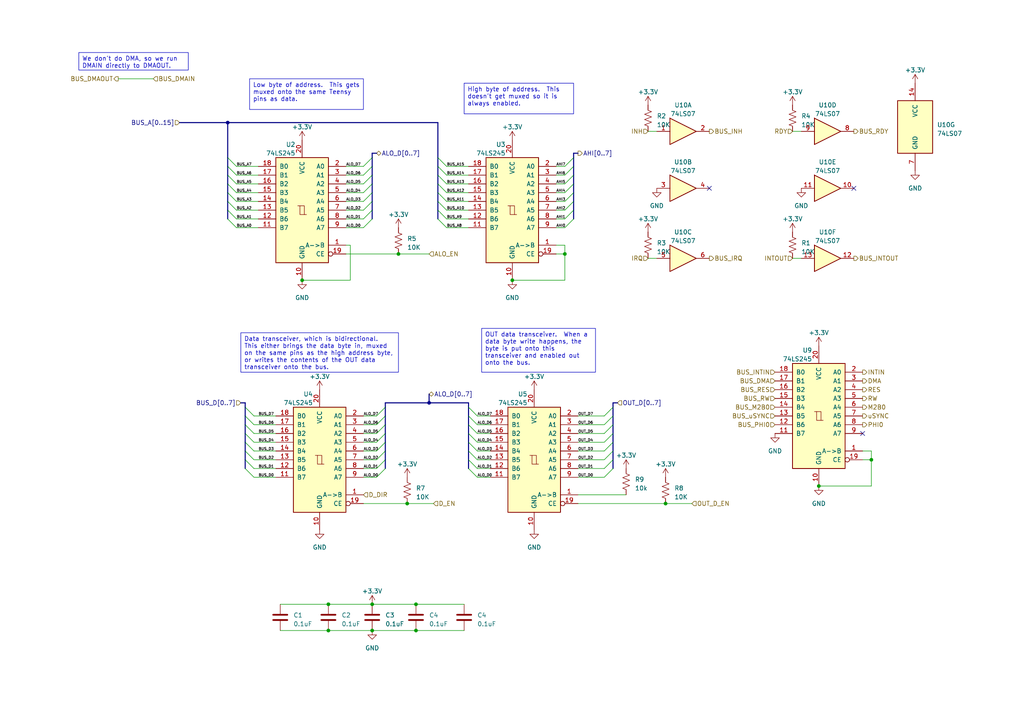
<source format=kicad_sch>
(kicad_sch (version 20230121) (generator eeschema)

  (uuid d17f5456-c916-4858-a170-a4ce61c8cbe2)

  (paper "A4")

  (lib_symbols
    (symbol "74xx:74LS07" (pin_names (offset 1.016)) (in_bom yes) (on_board yes)
      (property "Reference" "U" (at 0 1.27 0)
        (effects (font (size 1.27 1.27)))
      )
      (property "Value" "74LS07" (at 0 -1.27 0)
        (effects (font (size 1.27 1.27)))
      )
      (property "Footprint" "" (at 0 0 0)
        (effects (font (size 1.27 1.27)) hide)
      )
      (property "Datasheet" "www.ti.com/lit/ds/symlink/sn74ls07.pdf" (at 0 0 0)
        (effects (font (size 1.27 1.27)) hide)
      )
      (property "ki_locked" "" (at 0 0 0)
        (effects (font (size 1.27 1.27)))
      )
      (property "ki_keywords" "TTL hex buffer OpenCol" (at 0 0 0)
        (effects (font (size 1.27 1.27)) hide)
      )
      (property "ki_description" "Hex Buffers and Drivers With Open Collector High Voltage Outputs" (at 0 0 0)
        (effects (font (size 1.27 1.27)) hide)
      )
      (property "ki_fp_filters" "SOIC*3.9x8.7mm*P1.27mm* TSSOP*4.4x5mm*P0.65mm* DIP*W7.62mm*" (at 0 0 0)
        (effects (font (size 1.27 1.27)) hide)
      )
      (symbol "74LS07_1_0"
        (polyline
          (pts
            (xy -3.81 3.81)
            (xy -3.81 -3.81)
            (xy 3.81 0)
            (xy -3.81 3.81)
          )
          (stroke (width 0.254) (type default))
          (fill (type background))
        )
        (pin input line (at -7.62 0 0) (length 3.81)
          (name "~" (effects (font (size 1.27 1.27))))
          (number "1" (effects (font (size 1.27 1.27))))
        )
        (pin open_collector line (at 7.62 0 180) (length 3.81)
          (name "~" (effects (font (size 1.27 1.27))))
          (number "2" (effects (font (size 1.27 1.27))))
        )
      )
      (symbol "74LS07_2_0"
        (polyline
          (pts
            (xy -3.81 3.81)
            (xy -3.81 -3.81)
            (xy 3.81 0)
            (xy -3.81 3.81)
          )
          (stroke (width 0.254) (type default))
          (fill (type background))
        )
        (pin input line (at -7.62 0 0) (length 3.81)
          (name "~" (effects (font (size 1.27 1.27))))
          (number "3" (effects (font (size 1.27 1.27))))
        )
        (pin open_collector line (at 7.62 0 180) (length 3.81)
          (name "~" (effects (font (size 1.27 1.27))))
          (number "4" (effects (font (size 1.27 1.27))))
        )
      )
      (symbol "74LS07_3_0"
        (polyline
          (pts
            (xy -3.81 3.81)
            (xy -3.81 -3.81)
            (xy 3.81 0)
            (xy -3.81 3.81)
          )
          (stroke (width 0.254) (type default))
          (fill (type background))
        )
        (pin input line (at -7.62 0 0) (length 3.81)
          (name "~" (effects (font (size 1.27 1.27))))
          (number "5" (effects (font (size 1.27 1.27))))
        )
        (pin open_collector line (at 7.62 0 180) (length 3.81)
          (name "~" (effects (font (size 1.27 1.27))))
          (number "6" (effects (font (size 1.27 1.27))))
        )
      )
      (symbol "74LS07_4_0"
        (polyline
          (pts
            (xy -3.81 3.81)
            (xy -3.81 -3.81)
            (xy 3.81 0)
            (xy -3.81 3.81)
          )
          (stroke (width 0.254) (type default))
          (fill (type background))
        )
        (pin open_collector line (at 7.62 0 180) (length 3.81)
          (name "~" (effects (font (size 1.27 1.27))))
          (number "8" (effects (font (size 1.27 1.27))))
        )
        (pin input line (at -7.62 0 0) (length 3.81)
          (name "~" (effects (font (size 1.27 1.27))))
          (number "9" (effects (font (size 1.27 1.27))))
        )
      )
      (symbol "74LS07_5_0"
        (polyline
          (pts
            (xy -3.81 3.81)
            (xy -3.81 -3.81)
            (xy 3.81 0)
            (xy -3.81 3.81)
          )
          (stroke (width 0.254) (type default))
          (fill (type background))
        )
        (pin open_collector line (at 7.62 0 180) (length 3.81)
          (name "~" (effects (font (size 1.27 1.27))))
          (number "10" (effects (font (size 1.27 1.27))))
        )
        (pin input line (at -7.62 0 0) (length 3.81)
          (name "~" (effects (font (size 1.27 1.27))))
          (number "11" (effects (font (size 1.27 1.27))))
        )
      )
      (symbol "74LS07_6_0"
        (polyline
          (pts
            (xy -3.81 3.81)
            (xy -3.81 -3.81)
            (xy 3.81 0)
            (xy -3.81 3.81)
          )
          (stroke (width 0.254) (type default))
          (fill (type background))
        )
        (pin open_collector line (at 7.62 0 180) (length 3.81)
          (name "~" (effects (font (size 1.27 1.27))))
          (number "12" (effects (font (size 1.27 1.27))))
        )
        (pin input line (at -7.62 0 0) (length 3.81)
          (name "~" (effects (font (size 1.27 1.27))))
          (number "13" (effects (font (size 1.27 1.27))))
        )
      )
      (symbol "74LS07_7_0"
        (pin power_in line (at 0 12.7 270) (length 5.08)
          (name "VCC" (effects (font (size 1.27 1.27))))
          (number "14" (effects (font (size 1.27 1.27))))
        )
        (pin power_in line (at 0 -12.7 90) (length 5.08)
          (name "GND" (effects (font (size 1.27 1.27))))
          (number "7" (effects (font (size 1.27 1.27))))
        )
      )
      (symbol "74LS07_7_1"
        (rectangle (start -5.08 7.62) (end 5.08 -7.62)
          (stroke (width 0.254) (type default))
          (fill (type background))
        )
      )
    )
    (symbol "74xx:74LS245" (pin_names (offset 1.016)) (in_bom yes) (on_board yes)
      (property "Reference" "U" (at -7.62 16.51 0)
        (effects (font (size 1.27 1.27)))
      )
      (property "Value" "74LS245" (at -7.62 -16.51 0)
        (effects (font (size 1.27 1.27)))
      )
      (property "Footprint" "" (at 0 0 0)
        (effects (font (size 1.27 1.27)) hide)
      )
      (property "Datasheet" "http://www.ti.com/lit/gpn/sn74LS245" (at 0 0 0)
        (effects (font (size 1.27 1.27)) hide)
      )
      (property "ki_locked" "" (at 0 0 0)
        (effects (font (size 1.27 1.27)))
      )
      (property "ki_keywords" "TTL BUS 3State" (at 0 0 0)
        (effects (font (size 1.27 1.27)) hide)
      )
      (property "ki_description" "Octal BUS Transceivers, 3-State outputs" (at 0 0 0)
        (effects (font (size 1.27 1.27)) hide)
      )
      (property "ki_fp_filters" "DIP?20*" (at 0 0 0)
        (effects (font (size 1.27 1.27)) hide)
      )
      (symbol "74LS245_1_0"
        (polyline
          (pts
            (xy -0.635 -1.27)
            (xy -0.635 1.27)
            (xy 0.635 1.27)
          )
          (stroke (width 0) (type default))
          (fill (type none))
        )
        (polyline
          (pts
            (xy -1.27 -1.27)
            (xy 0.635 -1.27)
            (xy 0.635 1.27)
            (xy 1.27 1.27)
          )
          (stroke (width 0) (type default))
          (fill (type none))
        )
        (pin input line (at -12.7 -10.16 0) (length 5.08)
          (name "A->B" (effects (font (size 1.27 1.27))))
          (number "1" (effects (font (size 1.27 1.27))))
        )
        (pin power_in line (at 0 -20.32 90) (length 5.08)
          (name "GND" (effects (font (size 1.27 1.27))))
          (number "10" (effects (font (size 1.27 1.27))))
        )
        (pin tri_state line (at 12.7 -5.08 180) (length 5.08)
          (name "B7" (effects (font (size 1.27 1.27))))
          (number "11" (effects (font (size 1.27 1.27))))
        )
        (pin tri_state line (at 12.7 -2.54 180) (length 5.08)
          (name "B6" (effects (font (size 1.27 1.27))))
          (number "12" (effects (font (size 1.27 1.27))))
        )
        (pin tri_state line (at 12.7 0 180) (length 5.08)
          (name "B5" (effects (font (size 1.27 1.27))))
          (number "13" (effects (font (size 1.27 1.27))))
        )
        (pin tri_state line (at 12.7 2.54 180) (length 5.08)
          (name "B4" (effects (font (size 1.27 1.27))))
          (number "14" (effects (font (size 1.27 1.27))))
        )
        (pin tri_state line (at 12.7 5.08 180) (length 5.08)
          (name "B3" (effects (font (size 1.27 1.27))))
          (number "15" (effects (font (size 1.27 1.27))))
        )
        (pin tri_state line (at 12.7 7.62 180) (length 5.08)
          (name "B2" (effects (font (size 1.27 1.27))))
          (number "16" (effects (font (size 1.27 1.27))))
        )
        (pin tri_state line (at 12.7 10.16 180) (length 5.08)
          (name "B1" (effects (font (size 1.27 1.27))))
          (number "17" (effects (font (size 1.27 1.27))))
        )
        (pin tri_state line (at 12.7 12.7 180) (length 5.08)
          (name "B0" (effects (font (size 1.27 1.27))))
          (number "18" (effects (font (size 1.27 1.27))))
        )
        (pin input inverted (at -12.7 -12.7 0) (length 5.08)
          (name "CE" (effects (font (size 1.27 1.27))))
          (number "19" (effects (font (size 1.27 1.27))))
        )
        (pin tri_state line (at -12.7 12.7 0) (length 5.08)
          (name "A0" (effects (font (size 1.27 1.27))))
          (number "2" (effects (font (size 1.27 1.27))))
        )
        (pin power_in line (at 0 20.32 270) (length 5.08)
          (name "VCC" (effects (font (size 1.27 1.27))))
          (number "20" (effects (font (size 1.27 1.27))))
        )
        (pin tri_state line (at -12.7 10.16 0) (length 5.08)
          (name "A1" (effects (font (size 1.27 1.27))))
          (number "3" (effects (font (size 1.27 1.27))))
        )
        (pin tri_state line (at -12.7 7.62 0) (length 5.08)
          (name "A2" (effects (font (size 1.27 1.27))))
          (number "4" (effects (font (size 1.27 1.27))))
        )
        (pin tri_state line (at -12.7 5.08 0) (length 5.08)
          (name "A3" (effects (font (size 1.27 1.27))))
          (number "5" (effects (font (size 1.27 1.27))))
        )
        (pin tri_state line (at -12.7 2.54 0) (length 5.08)
          (name "A4" (effects (font (size 1.27 1.27))))
          (number "6" (effects (font (size 1.27 1.27))))
        )
        (pin tri_state line (at -12.7 0 0) (length 5.08)
          (name "A5" (effects (font (size 1.27 1.27))))
          (number "7" (effects (font (size 1.27 1.27))))
        )
        (pin tri_state line (at -12.7 -2.54 0) (length 5.08)
          (name "A6" (effects (font (size 1.27 1.27))))
          (number "8" (effects (font (size 1.27 1.27))))
        )
        (pin tri_state line (at -12.7 -5.08 0) (length 5.08)
          (name "A7" (effects (font (size 1.27 1.27))))
          (number "9" (effects (font (size 1.27 1.27))))
        )
      )
      (symbol "74LS245_1_1"
        (rectangle (start -7.62 15.24) (end 7.62 -15.24)
          (stroke (width 0.254) (type default))
          (fill (type background))
        )
      )
    )
    (symbol "Device:C" (pin_numbers hide) (pin_names (offset 0.254)) (in_bom yes) (on_board yes)
      (property "Reference" "C" (at 0.635 2.54 0)
        (effects (font (size 1.27 1.27)) (justify left))
      )
      (property "Value" "C" (at 0.635 -2.54 0)
        (effects (font (size 1.27 1.27)) (justify left))
      )
      (property "Footprint" "" (at 0.9652 -3.81 0)
        (effects (font (size 1.27 1.27)) hide)
      )
      (property "Datasheet" "~" (at 0 0 0)
        (effects (font (size 1.27 1.27)) hide)
      )
      (property "ki_keywords" "cap capacitor" (at 0 0 0)
        (effects (font (size 1.27 1.27)) hide)
      )
      (property "ki_description" "Unpolarized capacitor" (at 0 0 0)
        (effects (font (size 1.27 1.27)) hide)
      )
      (property "ki_fp_filters" "C_*" (at 0 0 0)
        (effects (font (size 1.27 1.27)) hide)
      )
      (symbol "C_0_1"
        (polyline
          (pts
            (xy -2.032 -0.762)
            (xy 2.032 -0.762)
          )
          (stroke (width 0.508) (type default))
          (fill (type none))
        )
        (polyline
          (pts
            (xy -2.032 0.762)
            (xy 2.032 0.762)
          )
          (stroke (width 0.508) (type default))
          (fill (type none))
        )
      )
      (symbol "C_1_1"
        (pin passive line (at 0 3.81 270) (length 2.794)
          (name "~" (effects (font (size 1.27 1.27))))
          (number "1" (effects (font (size 1.27 1.27))))
        )
        (pin passive line (at 0 -3.81 90) (length 2.794)
          (name "~" (effects (font (size 1.27 1.27))))
          (number "2" (effects (font (size 1.27 1.27))))
        )
      )
    )
    (symbol "Device:R_US" (pin_numbers hide) (pin_names (offset 0)) (in_bom yes) (on_board yes)
      (property "Reference" "R" (at 2.54 0 90)
        (effects (font (size 1.27 1.27)))
      )
      (property "Value" "R_US" (at -2.54 0 90)
        (effects (font (size 1.27 1.27)))
      )
      (property "Footprint" "" (at 1.016 -0.254 90)
        (effects (font (size 1.27 1.27)) hide)
      )
      (property "Datasheet" "~" (at 0 0 0)
        (effects (font (size 1.27 1.27)) hide)
      )
      (property "ki_keywords" "R res resistor" (at 0 0 0)
        (effects (font (size 1.27 1.27)) hide)
      )
      (property "ki_description" "Resistor, US symbol" (at 0 0 0)
        (effects (font (size 1.27 1.27)) hide)
      )
      (property "ki_fp_filters" "R_*" (at 0 0 0)
        (effects (font (size 1.27 1.27)) hide)
      )
      (symbol "R_US_0_1"
        (polyline
          (pts
            (xy 0 -2.286)
            (xy 0 -2.54)
          )
          (stroke (width 0) (type default))
          (fill (type none))
        )
        (polyline
          (pts
            (xy 0 2.286)
            (xy 0 2.54)
          )
          (stroke (width 0) (type default))
          (fill (type none))
        )
        (polyline
          (pts
            (xy 0 -0.762)
            (xy 1.016 -1.143)
            (xy 0 -1.524)
            (xy -1.016 -1.905)
            (xy 0 -2.286)
          )
          (stroke (width 0) (type default))
          (fill (type none))
        )
        (polyline
          (pts
            (xy 0 0.762)
            (xy 1.016 0.381)
            (xy 0 0)
            (xy -1.016 -0.381)
            (xy 0 -0.762)
          )
          (stroke (width 0) (type default))
          (fill (type none))
        )
        (polyline
          (pts
            (xy 0 2.286)
            (xy 1.016 1.905)
            (xy 0 1.524)
            (xy -1.016 1.143)
            (xy 0 0.762)
          )
          (stroke (width 0) (type default))
          (fill (type none))
        )
      )
      (symbol "R_US_1_1"
        (pin passive line (at 0 3.81 270) (length 1.27)
          (name "~" (effects (font (size 1.27 1.27))))
          (number "1" (effects (font (size 1.27 1.27))))
        )
        (pin passive line (at 0 -3.81 90) (length 1.27)
          (name "~" (effects (font (size 1.27 1.27))))
          (number "2" (effects (font (size 1.27 1.27))))
        )
      )
    )
    (symbol "power:+3.3V" (power) (pin_names (offset 0)) (in_bom yes) (on_board yes)
      (property "Reference" "#PWR" (at 0 -3.81 0)
        (effects (font (size 1.27 1.27)) hide)
      )
      (property "Value" "+3.3V" (at 0 3.556 0)
        (effects (font (size 1.27 1.27)))
      )
      (property "Footprint" "" (at 0 0 0)
        (effects (font (size 1.27 1.27)) hide)
      )
      (property "Datasheet" "" (at 0 0 0)
        (effects (font (size 1.27 1.27)) hide)
      )
      (property "ki_keywords" "global power" (at 0 0 0)
        (effects (font (size 1.27 1.27)) hide)
      )
      (property "ki_description" "Power symbol creates a global label with name \"+3.3V\"" (at 0 0 0)
        (effects (font (size 1.27 1.27)) hide)
      )
      (symbol "+3.3V_0_1"
        (polyline
          (pts
            (xy -0.762 1.27)
            (xy 0 2.54)
          )
          (stroke (width 0) (type default))
          (fill (type none))
        )
        (polyline
          (pts
            (xy 0 0)
            (xy 0 2.54)
          )
          (stroke (width 0) (type default))
          (fill (type none))
        )
        (polyline
          (pts
            (xy 0 2.54)
            (xy 0.762 1.27)
          )
          (stroke (width 0) (type default))
          (fill (type none))
        )
      )
      (symbol "+3.3V_1_1"
        (pin power_in line (at 0 0 90) (length 0) hide
          (name "+3.3V" (effects (font (size 1.27 1.27))))
          (number "1" (effects (font (size 1.27 1.27))))
        )
      )
    )
    (symbol "power:GND" (power) (pin_names (offset 0)) (in_bom yes) (on_board yes)
      (property "Reference" "#PWR" (at 0 -6.35 0)
        (effects (font (size 1.27 1.27)) hide)
      )
      (property "Value" "GND" (at 0 -3.81 0)
        (effects (font (size 1.27 1.27)))
      )
      (property "Footprint" "" (at 0 0 0)
        (effects (font (size 1.27 1.27)) hide)
      )
      (property "Datasheet" "" (at 0 0 0)
        (effects (font (size 1.27 1.27)) hide)
      )
      (property "ki_keywords" "global power" (at 0 0 0)
        (effects (font (size 1.27 1.27)) hide)
      )
      (property "ki_description" "Power symbol creates a global label with name \"GND\" , ground" (at 0 0 0)
        (effects (font (size 1.27 1.27)) hide)
      )
      (symbol "GND_0_1"
        (polyline
          (pts
            (xy 0 0)
            (xy 0 -1.27)
            (xy 1.27 -1.27)
            (xy 0 -2.54)
            (xy -1.27 -1.27)
            (xy 0 -1.27)
          )
          (stroke (width 0) (type default))
          (fill (type none))
        )
      )
      (symbol "GND_1_1"
        (pin power_in line (at 0 0 270) (length 0) hide
          (name "GND" (effects (font (size 1.27 1.27))))
          (number "1" (effects (font (size 1.27 1.27))))
        )
      )
    )
  )

  (junction (at 120.65 182.88) (diameter 0) (color 0 0 0 0)
    (uuid 01f7d888-2865-4e06-bf58-b277cc159946)
  )
  (junction (at 107.95 175.26) (diameter 0) (color 0 0 0 0)
    (uuid 0a429f96-46f7-4307-8413-cda2a858097f)
  )
  (junction (at 118.11 146.05) (diameter 0) (color 0 0 0 0)
    (uuid 402ce71d-e9ab-4b67-944b-27bfa8b61a1b)
  )
  (junction (at 163.83 73.66) (diameter 0) (color 0 0 0 0)
    (uuid 4dd861fe-b8a9-4297-a54b-7a7e71828761)
  )
  (junction (at 120.65 175.26) (diameter 0) (color 0 0 0 0)
    (uuid 503e4f01-92c6-49b2-b573-3a4c4191d4a2)
  )
  (junction (at 237.49 140.97) (diameter 0) (color 0 0 0 0)
    (uuid 56f5a147-98eb-4ed8-a7bf-63332e007855)
  )
  (junction (at 95.25 182.88) (diameter 0) (color 0 0 0 0)
    (uuid 6749de90-7ece-4c0f-abd6-2196458b9ba0)
  )
  (junction (at 252.73 133.35) (diameter 0) (color 0 0 0 0)
    (uuid 69f1f602-0684-475a-accb-0c41f7943bfa)
  )
  (junction (at 148.59 81.28) (diameter 0) (color 0 0 0 0)
    (uuid 6eee893d-31be-47b7-b8ba-491df8664a8a)
  )
  (junction (at 66.04 35.56) (diameter 0) (color 0 0 0 0)
    (uuid 72b1e596-7e9e-407e-8979-d72e399331fa)
  )
  (junction (at 124.46 116.84) (diameter 0) (color 0 0 0 0)
    (uuid 781ed4ba-0b0f-4a5d-85a3-92f7b26cd937)
  )
  (junction (at 95.25 175.26) (diameter 0) (color 0 0 0 0)
    (uuid 80da9a6a-9b4e-4b56-b91e-b41e9147971b)
  )
  (junction (at 193.04 146.05) (diameter 0) (color 0 0 0 0)
    (uuid 87613d24-965e-4f5d-bcca-8f86ac9e67ff)
  )
  (junction (at 107.95 182.88) (diameter 0) (color 0 0 0 0)
    (uuid da804903-0a4e-4320-a609-79f19139f4aa)
  )
  (junction (at 115.57 73.66) (diameter 0) (color 0 0 0 0)
    (uuid f3ac0f91-9d3d-406b-9d60-a02ba4ea3ee4)
  )
  (junction (at 87.63 81.28) (diameter 0) (color 0 0 0 0)
    (uuid fdac2a48-81db-4822-bcfb-fa830d856438)
  )

  (no_connect (at 250.19 125.73) (uuid 1196e93f-6870-41b4-a805-626e53f2d88e))
  (no_connect (at 205.74 54.61) (uuid 54da0ae4-83a0-4f80-83f9-73a90a29bb38))
  (no_connect (at 247.65 54.61) (uuid 98b970ed-2eba-4552-8527-b4dd8422adca))

  (bus_entry (at 71.12 118.11) (size 2.54 2.54)
    (stroke (width 0) (type default))
    (uuid 01ca099e-612e-4051-ba47-1c3db89b48b2)
  )
  (bus_entry (at 175.26 128.27) (size 2.54 -2.54)
    (stroke (width 0) (type default))
    (uuid 0303fd7a-b876-44e2-9900-8b6fac9ca330)
  )
  (bus_entry (at 105.41 48.26) (size 2.54 -2.54)
    (stroke (width 0) (type default))
    (uuid 07cbc3f3-5c1b-497e-871f-39cc91e942ab)
  )
  (bus_entry (at 127 58.42) (size 2.54 2.54)
    (stroke (width 0) (type default))
    (uuid 091bc038-5a37-4603-8422-a5d272de1e2f)
  )
  (bus_entry (at 163.83 50.8) (size 2.54 -2.54)
    (stroke (width 0) (type default))
    (uuid 091f934a-165a-44ef-9de0-64032d188221)
  )
  (bus_entry (at 127 53.34) (size 2.54 2.54)
    (stroke (width 0) (type default))
    (uuid 1503b6ac-e51a-4a09-ac98-0fb6eeb021be)
  )
  (bus_entry (at 175.26 130.81) (size 2.54 -2.54)
    (stroke (width 0) (type default))
    (uuid 152c2fea-4a1a-454c-8d09-4a4724ccc908)
  )
  (bus_entry (at 127 63.5) (size 2.54 2.54)
    (stroke (width 0) (type default))
    (uuid 172e3e9e-11ef-4aa9-a0c7-a1bd08e184c2)
  )
  (bus_entry (at 105.41 50.8) (size 2.54 -2.54)
    (stroke (width 0) (type default))
    (uuid 18cb8982-b78a-4145-9d36-0d43a4e616a0)
  )
  (bus_entry (at 127 45.72) (size 2.54 2.54)
    (stroke (width 0) (type default))
    (uuid 1bc90362-2397-4899-b174-ae009ae82ede)
  )
  (bus_entry (at 175.26 133.35) (size 2.54 -2.54)
    (stroke (width 0) (type default))
    (uuid 249382a8-88bc-41f9-bce6-2b9b104703d6)
  )
  (bus_entry (at 66.04 53.34) (size 2.54 2.54)
    (stroke (width 0) (type default))
    (uuid 2703b2bb-dfe2-4128-a093-b8427f75529f)
  )
  (bus_entry (at 135.89 130.81) (size 2.54 2.54)
    (stroke (width 0) (type default))
    (uuid 2c7a2677-4681-469b-bfce-80b74e7b1fbb)
  )
  (bus_entry (at 109.22 133.35) (size 2.54 -2.54)
    (stroke (width 0) (type default))
    (uuid 2c8230ad-628e-4053-b4cc-7a5694302974)
  )
  (bus_entry (at 135.89 123.19) (size 2.54 2.54)
    (stroke (width 0) (type default))
    (uuid 2e292984-e1e6-4a41-9d4f-154a79c41972)
  )
  (bus_entry (at 66.04 63.5) (size 2.54 2.54)
    (stroke (width 0) (type default))
    (uuid 3675d9f9-3bc1-4bc1-be78-6b06615e8737)
  )
  (bus_entry (at 105.41 63.5) (size 2.54 -2.54)
    (stroke (width 0) (type default))
    (uuid 3a460c45-21ee-46d5-bdd6-f549bb7f479e)
  )
  (bus_entry (at 163.83 60.96) (size 2.54 -2.54)
    (stroke (width 0) (type default))
    (uuid 402f23a9-c00f-4740-b27e-3c2b9e68f93d)
  )
  (bus_entry (at 135.89 118.11) (size 2.54 2.54)
    (stroke (width 0) (type default))
    (uuid 424bcd1a-e6ee-4437-bab6-33aea76ceba7)
  )
  (bus_entry (at 163.83 63.5) (size 2.54 -2.54)
    (stroke (width 0) (type default))
    (uuid 42715a1b-8496-4569-bd42-8c93a0cbc326)
  )
  (bus_entry (at 175.26 125.73) (size 2.54 -2.54)
    (stroke (width 0) (type default))
    (uuid 48ab3470-f8ba-4e12-b8f6-993c83b6fb0e)
  )
  (bus_entry (at 109.22 128.27) (size 2.54 -2.54)
    (stroke (width 0) (type default))
    (uuid 4bcaaa80-ae4f-4f5d-a807-d5fb9238fa68)
  )
  (bus_entry (at 66.04 55.88) (size 2.54 2.54)
    (stroke (width 0) (type default))
    (uuid 4db8f583-fab7-4047-981c-cd3874c1438e)
  )
  (bus_entry (at 105.41 58.42) (size 2.54 -2.54)
    (stroke (width 0) (type default))
    (uuid 4dbad023-7c74-4c5a-9598-228fe885e40f)
  )
  (bus_entry (at 66.04 60.96) (size 2.54 2.54)
    (stroke (width 0) (type default))
    (uuid 577554b2-28da-40b2-82ad-4cea4de642cd)
  )
  (bus_entry (at 66.04 45.72) (size 2.54 2.54)
    (stroke (width 0) (type default))
    (uuid 6c636f7a-9987-42bd-bc95-bce96748287d)
  )
  (bus_entry (at 135.89 133.35) (size 2.54 2.54)
    (stroke (width 0) (type default))
    (uuid 6ddbb4dd-3635-4f5e-a273-c229f75b2723)
  )
  (bus_entry (at 71.12 130.81) (size 2.54 2.54)
    (stroke (width 0) (type default))
    (uuid 7196e92b-faa3-4044-918b-1d9c7f907c30)
  )
  (bus_entry (at 127 50.8) (size 2.54 2.54)
    (stroke (width 0) (type default))
    (uuid 71abb365-dd2b-42ec-8c57-57fdfed5f1fc)
  )
  (bus_entry (at 135.89 135.89) (size 2.54 2.54)
    (stroke (width 0) (type default))
    (uuid 73519ae9-6ee3-4f7f-93b0-ce4ca90fab43)
  )
  (bus_entry (at 175.26 123.19) (size 2.54 -2.54)
    (stroke (width 0) (type default))
    (uuid 743f1d5b-8aca-4224-9731-212a2956cfd9)
  )
  (bus_entry (at 109.22 138.43) (size 2.54 -2.54)
    (stroke (width 0) (type default))
    (uuid 7ee7e696-5626-4b03-8b7c-3f5565990fff)
  )
  (bus_entry (at 71.12 133.35) (size 2.54 2.54)
    (stroke (width 0) (type default))
    (uuid 7fda5ab3-ecf5-40ca-a5a2-d05bea6d38e4)
  )
  (bus_entry (at 127 60.96) (size 2.54 2.54)
    (stroke (width 0) (type default))
    (uuid 8313b523-9a86-4e48-8dfd-c66df0d471e5)
  )
  (bus_entry (at 127 55.88) (size 2.54 2.54)
    (stroke (width 0) (type default))
    (uuid 84a57a46-e497-480a-82bf-1b71a021025c)
  )
  (bus_entry (at 66.04 50.8) (size 2.54 2.54)
    (stroke (width 0) (type default))
    (uuid 85d53d42-efac-4f1f-a0cf-d40b69dd66ef)
  )
  (bus_entry (at 163.83 53.34) (size 2.54 -2.54)
    (stroke (width 0) (type default))
    (uuid 87cae30e-892f-442d-8f6f-293e83d95b90)
  )
  (bus_entry (at 109.22 135.89) (size 2.54 -2.54)
    (stroke (width 0) (type default))
    (uuid 8be8f3f9-553d-493e-8b00-dff1026343c7)
  )
  (bus_entry (at 163.83 66.04) (size 2.54 -2.54)
    (stroke (width 0) (type default))
    (uuid 9045b030-e9d6-451e-9ac3-1731a5a542bc)
  )
  (bus_entry (at 71.12 135.89) (size 2.54 2.54)
    (stroke (width 0) (type default))
    (uuid 9282a943-a13c-4c3c-94aa-32c15d817205)
  )
  (bus_entry (at 105.41 53.34) (size 2.54 -2.54)
    (stroke (width 0) (type default))
    (uuid 98077e10-494b-42bf-a639-0e3af6c2d4f7)
  )
  (bus_entry (at 71.12 123.19) (size 2.54 2.54)
    (stroke (width 0) (type default))
    (uuid a044fb99-9685-4550-b68c-28d1311701b7)
  )
  (bus_entry (at 175.26 135.89) (size 2.54 -2.54)
    (stroke (width 0) (type default))
    (uuid a53c4f9d-f599-4e26-b5b4-f22284fe1404)
  )
  (bus_entry (at 109.22 125.73) (size 2.54 -2.54)
    (stroke (width 0) (type default))
    (uuid b3520275-e351-4f56-b8e7-77ad6172572f)
  )
  (bus_entry (at 71.12 120.65) (size 2.54 2.54)
    (stroke (width 0) (type default))
    (uuid b48afba3-a71d-4e10-b2ea-064a1cd0590e)
  )
  (bus_entry (at 109.22 120.65) (size 2.54 -2.54)
    (stroke (width 0) (type default))
    (uuid b98e3be9-0ac8-4775-929b-c1c3c96fde1d)
  )
  (bus_entry (at 105.41 55.88) (size 2.54 -2.54)
    (stroke (width 0) (type default))
    (uuid bbe2ea82-509f-4f52-8461-95ec8c70455b)
  )
  (bus_entry (at 163.83 48.26) (size 2.54 -2.54)
    (stroke (width 0) (type default))
    (uuid c06678d2-4b78-478c-93ae-3f37e32f996a)
  )
  (bus_entry (at 109.22 130.81) (size 2.54 -2.54)
    (stroke (width 0) (type default))
    (uuid c5d77ede-c850-47ce-a5d6-337d692d27cd)
  )
  (bus_entry (at 135.89 120.65) (size 2.54 2.54)
    (stroke (width 0) (type default))
    (uuid c7212049-8f76-4e3a-8490-a90360ec001f)
  )
  (bus_entry (at 66.04 58.42) (size 2.54 2.54)
    (stroke (width 0) (type default))
    (uuid c72eb35f-3a32-4394-8840-7a9323dfebbf)
  )
  (bus_entry (at 135.89 125.73) (size 2.54 2.54)
    (stroke (width 0) (type default))
    (uuid cf762dcd-68de-472f-b57a-74e0eb1086b3)
  )
  (bus_entry (at 175.26 138.43) (size 2.54 -2.54)
    (stroke (width 0) (type default))
    (uuid d01c8c0d-5062-47e3-b927-a9166eb5f3dd)
  )
  (bus_entry (at 71.12 125.73) (size 2.54 2.54)
    (stroke (width 0) (type default))
    (uuid d9b784ba-9642-417d-b6c1-fc0b1933fd39)
  )
  (bus_entry (at 175.26 120.65) (size 2.54 -2.54)
    (stroke (width 0) (type default))
    (uuid da66b8e4-1e7f-4557-8c3d-6b933c7da9d2)
  )
  (bus_entry (at 105.41 66.04) (size 2.54 -2.54)
    (stroke (width 0) (type default))
    (uuid dcde1d22-5a9b-41d0-8397-44d7087134ef)
  )
  (bus_entry (at 163.83 58.42) (size 2.54 -2.54)
    (stroke (width 0) (type default))
    (uuid e12dff0e-47fd-4638-9192-0ff71f9b7939)
  )
  (bus_entry (at 66.04 48.26) (size 2.54 2.54)
    (stroke (width 0) (type default))
    (uuid e687f621-c214-4942-999a-58fc467104f3)
  )
  (bus_entry (at 109.22 123.19) (size 2.54 -2.54)
    (stroke (width 0) (type default))
    (uuid eb8ee944-9aaf-4260-8b7d-5daf5d1e667b)
  )
  (bus_entry (at 71.12 128.27) (size 2.54 2.54)
    (stroke (width 0) (type default))
    (uuid f246e3c2-2330-46cf-84a1-b034992a5a97)
  )
  (bus_entry (at 163.83 55.88) (size 2.54 -2.54)
    (stroke (width 0) (type default))
    (uuid f83e1c63-db46-4ee8-8bc4-3409bc087a1c)
  )
  (bus_entry (at 105.41 60.96) (size 2.54 -2.54)
    (stroke (width 0) (type default))
    (uuid fac0bd6c-f096-48ca-a7f4-5b22130f559c)
  )
  (bus_entry (at 135.89 128.27) (size 2.54 2.54)
    (stroke (width 0) (type default))
    (uuid fe1f4aa6-6c02-4338-9c62-8e81508b5481)
  )
  (bus_entry (at 127 48.26) (size 2.54 2.54)
    (stroke (width 0) (type default))
    (uuid feb82b4f-bdf7-44b2-8d9f-b79e249af172)
  )

  (wire (pts (xy 68.58 60.96) (xy 74.93 60.96))
    (stroke (width 0) (type default))
    (uuid 01005b5d-d001-44b3-8980-a4d2d25a50a9)
  )
  (bus (pts (xy 111.76 133.35) (xy 111.76 130.81))
    (stroke (width 0) (type default))
    (uuid 02be9bde-e8e6-4225-b924-e0d7a0625026)
  )
  (bus (pts (xy 177.8 123.19) (xy 177.8 120.65))
    (stroke (width 0) (type default))
    (uuid 03aab3a2-1b82-4c8c-b180-5082f493034f)
  )

  (wire (pts (xy 95.25 182.88) (xy 107.95 182.88))
    (stroke (width 0) (type default))
    (uuid 03b3ad20-f5c5-40ea-a187-faf45f5a099d)
  )
  (wire (pts (xy 167.64 138.43) (xy 175.26 138.43))
    (stroke (width 0) (type default))
    (uuid 087efbd3-afc7-4950-b95e-c6ac6b9a32cf)
  )
  (wire (pts (xy 101.6 81.28) (xy 87.63 81.28))
    (stroke (width 0) (type default))
    (uuid 08f37c24-4fee-4182-9d36-b302ce576bae)
  )
  (bus (pts (xy 71.12 123.19) (xy 71.12 125.73))
    (stroke (width 0) (type default))
    (uuid 09c2fd87-c522-42a2-8531-b1bdcad19df6)
  )

  (wire (pts (xy 115.57 73.66) (xy 124.46 73.66))
    (stroke (width 0) (type default))
    (uuid 0b01aee6-43ce-4672-ae01-ac9ed4532f26)
  )
  (wire (pts (xy 161.29 58.42) (xy 163.83 58.42))
    (stroke (width 0) (type default))
    (uuid 0bcf0624-f87e-420d-b635-5ee20d2ac62d)
  )
  (bus (pts (xy 166.37 50.8) (xy 166.37 48.26))
    (stroke (width 0) (type default))
    (uuid 0c14a7b1-87b5-4387-9f9f-a40f6bfdf37a)
  )
  (bus (pts (xy 107.95 48.26) (xy 107.95 50.8))
    (stroke (width 0) (type default))
    (uuid 0c3c24a9-a538-4675-a2a8-f6f0b0b2dc64)
  )

  (wire (pts (xy 129.54 50.8) (xy 135.89 50.8))
    (stroke (width 0) (type default))
    (uuid 0d383be4-0967-432c-817a-82dc07592424)
  )
  (wire (pts (xy 138.43 133.35) (xy 142.24 133.35))
    (stroke (width 0) (type default))
    (uuid 0e4aa26b-873a-475c-a9ee-73273c3dc1f1)
  )
  (wire (pts (xy 68.58 55.88) (xy 74.93 55.88))
    (stroke (width 0) (type default))
    (uuid 0f3a1dde-4701-42cc-a736-e0e345d55079)
  )
  (bus (pts (xy 111.76 123.19) (xy 111.76 120.65))
    (stroke (width 0) (type default))
    (uuid 0f5655b1-3a50-4151-bd8e-e80d12ed04af)
  )
  (bus (pts (xy 71.12 120.65) (xy 71.12 123.19))
    (stroke (width 0) (type default))
    (uuid 0f7965fe-83fa-4974-a37d-9dd9f4f60e04)
  )
  (bus (pts (xy 166.37 44.45) (xy 167.64 44.45))
    (stroke (width 0) (type default))
    (uuid 0f838abf-93fe-492b-a3e3-2c7edc21cf0d)
  )
  (bus (pts (xy 111.76 130.81) (xy 111.76 128.27))
    (stroke (width 0) (type default))
    (uuid 109e71cd-292a-430e-9723-0b0040c9cd0e)
  )

  (wire (pts (xy 161.29 66.04) (xy 163.83 66.04))
    (stroke (width 0) (type default))
    (uuid 10e1c3c4-e5f8-4e5b-9b3d-b7c3cdfb54af)
  )
  (wire (pts (xy 163.83 73.66) (xy 163.83 81.28))
    (stroke (width 0) (type default))
    (uuid 121d4dbc-d927-4021-9465-d639b89c5498)
  )
  (wire (pts (xy 118.11 146.05) (xy 125.73 146.05))
    (stroke (width 0) (type default))
    (uuid 12e3f29a-1c0b-42a2-baed-dc7d904c34ab)
  )
  (bus (pts (xy 52.07 35.56) (xy 66.04 35.56))
    (stroke (width 0) (type default))
    (uuid 137ec64e-a123-45c4-b267-4eb95ba2a240)
  )

  (wire (pts (xy 129.54 55.88) (xy 135.89 55.88))
    (stroke (width 0) (type default))
    (uuid 13d27497-1a87-4c55-841f-646690c8f702)
  )
  (wire (pts (xy 237.49 140.97) (xy 252.73 140.97))
    (stroke (width 0) (type default))
    (uuid 16b9dea1-f76b-408e-b6e2-7f2f1c398a3d)
  )
  (bus (pts (xy 166.37 45.72) (xy 166.37 44.45))
    (stroke (width 0) (type default))
    (uuid 173adbca-baf1-449a-b2ca-e6434e79b8ff)
  )
  (bus (pts (xy 127 60.96) (xy 127 63.5))
    (stroke (width 0) (type default))
    (uuid 179f4948-ab61-4df5-b804-db18ef7d5bb7)
  )

  (wire (pts (xy 73.66 123.19) (xy 80.01 123.19))
    (stroke (width 0) (type default))
    (uuid 18c6e2c0-f10f-4bfb-875a-b078c7da69e7)
  )
  (wire (pts (xy 167.64 130.81) (xy 175.26 130.81))
    (stroke (width 0) (type default))
    (uuid 1cb0d66a-d8d5-4cc9-9a47-5b5258983df5)
  )
  (bus (pts (xy 111.76 116.84) (xy 124.46 116.84))
    (stroke (width 0) (type default))
    (uuid 1cc1839c-3922-4884-a0f2-7de8cab4410a)
  )

  (wire (pts (xy 100.33 50.8) (xy 105.41 50.8))
    (stroke (width 0) (type default))
    (uuid 1d93dd1b-eea1-4382-bad7-6f86dc16566a)
  )
  (wire (pts (xy 161.29 63.5) (xy 163.83 63.5))
    (stroke (width 0) (type default))
    (uuid 210167fb-7dee-4b3f-b8a1-dd66973f68eb)
  )
  (bus (pts (xy 177.8 135.89) (xy 177.8 133.35))
    (stroke (width 0) (type default))
    (uuid 2173c1b4-b7d2-4603-a372-0824b258f075)
  )

  (wire (pts (xy 120.65 175.26) (xy 134.62 175.26))
    (stroke (width 0) (type default))
    (uuid 229a133c-1656-4aa6-bccc-d661bb485c3d)
  )
  (wire (pts (xy 167.64 143.51) (xy 181.61 143.51))
    (stroke (width 0) (type default))
    (uuid 2326ff3f-1c26-4ffd-b7c7-917a62c26884)
  )
  (bus (pts (xy 135.89 133.35) (xy 135.89 135.89))
    (stroke (width 0) (type default))
    (uuid 23b175fd-a43d-4033-9e6c-2a8e479d2b27)
  )

  (wire (pts (xy 100.33 55.88) (xy 105.41 55.88))
    (stroke (width 0) (type default))
    (uuid 25f5221b-b251-472b-9598-b393918a7420)
  )
  (wire (pts (xy 73.66 130.81) (xy 80.01 130.81))
    (stroke (width 0) (type default))
    (uuid 2755e401-8e2c-430d-8394-398a5cdbae0a)
  )
  (wire (pts (xy 167.64 125.73) (xy 175.26 125.73))
    (stroke (width 0) (type default))
    (uuid 282d224d-a50b-4699-b596-ef2fe9059054)
  )
  (bus (pts (xy 177.8 125.73) (xy 177.8 123.19))
    (stroke (width 0) (type default))
    (uuid 2ec9859c-6d3c-47a4-ba89-737f7f9e7f17)
  )

  (wire (pts (xy 252.73 133.35) (xy 252.73 130.81))
    (stroke (width 0) (type default))
    (uuid 320d4dcd-edd0-4b53-9a6f-2df9bee6e356)
  )
  (wire (pts (xy 105.41 133.35) (xy 109.22 133.35))
    (stroke (width 0) (type default))
    (uuid 34e9bdc6-95eb-42ce-a40d-1ddbda522c4d)
  )
  (wire (pts (xy 250.19 133.35) (xy 252.73 133.35))
    (stroke (width 0) (type default))
    (uuid 35f238b3-b519-40b6-bd61-53e2def46446)
  )
  (bus (pts (xy 127 35.56) (xy 127 45.72))
    (stroke (width 0) (type default))
    (uuid 37f27411-7400-4f1f-a4d6-0cc8bc41e946)
  )

  (wire (pts (xy 252.73 140.97) (xy 252.73 133.35))
    (stroke (width 0) (type default))
    (uuid 3b4fe3aa-8d6f-4593-a13e-7cb006b70049)
  )
  (bus (pts (xy 166.37 48.26) (xy 166.37 45.72))
    (stroke (width 0) (type default))
    (uuid 3b678318-5d9c-416d-82d5-8745912f6e75)
  )
  (bus (pts (xy 135.89 118.11) (xy 135.89 120.65))
    (stroke (width 0) (type default))
    (uuid 3c048145-0b78-4440-a35e-add7c305bfee)
  )
  (bus (pts (xy 177.8 133.35) (xy 177.8 130.81))
    (stroke (width 0) (type default))
    (uuid 3c83c53b-b340-4e9c-8641-02019b0f7ccb)
  )
  (bus (pts (xy 135.89 120.65) (xy 135.89 123.19))
    (stroke (width 0) (type default))
    (uuid 3cb84771-64dd-44e7-ab9f-960849ea49a5)
  )

  (wire (pts (xy 68.58 50.8) (xy 74.93 50.8))
    (stroke (width 0) (type default))
    (uuid 3f048013-c788-4d6f-a95d-6501cc893723)
  )
  (bus (pts (xy 66.04 48.26) (xy 66.04 50.8))
    (stroke (width 0) (type default))
    (uuid 40126b2d-2c78-4280-8521-7be2af3b10a2)
  )
  (bus (pts (xy 135.89 116.84) (xy 135.89 118.11))
    (stroke (width 0) (type default))
    (uuid 40c62c9c-86c7-4481-b1d3-88582bd746bd)
  )
  (bus (pts (xy 71.12 130.81) (xy 71.12 133.35))
    (stroke (width 0) (type default))
    (uuid 423b9719-b01f-4607-88d1-411b208dcd1b)
  )

  (wire (pts (xy 73.66 135.89) (xy 80.01 135.89))
    (stroke (width 0) (type default))
    (uuid 443ae1cc-9cc8-461f-9a4f-9b82f80b10a0)
  )
  (bus (pts (xy 107.95 60.96) (xy 107.95 63.5))
    (stroke (width 0) (type default))
    (uuid 4454da76-026c-4f3c-af8b-98ae9fc7b14f)
  )
  (bus (pts (xy 107.95 53.34) (xy 107.95 55.88))
    (stroke (width 0) (type default))
    (uuid 45e5713b-4642-4e6c-8173-6fe62193aaba)
  )
  (bus (pts (xy 71.12 118.11) (xy 71.12 120.65))
    (stroke (width 0) (type default))
    (uuid 473c7808-f3b1-4b3b-9d97-9da5432b9349)
  )

  (wire (pts (xy 161.29 48.26) (xy 163.83 48.26))
    (stroke (width 0) (type default))
    (uuid 48b70c97-f045-47a3-a873-93eeabc7e1cd)
  )
  (bus (pts (xy 177.8 130.81) (xy 177.8 128.27))
    (stroke (width 0) (type default))
    (uuid 49f41225-f01a-4b40-a1e2-30bd0334df36)
  )
  (bus (pts (xy 166.37 60.96) (xy 166.37 58.42))
    (stroke (width 0) (type default))
    (uuid 4a4c5cb0-f5ec-407f-b2dc-7801676e41ad)
  )

  (wire (pts (xy 167.64 133.35) (xy 175.26 133.35))
    (stroke (width 0) (type default))
    (uuid 4a74ef82-26e1-4d8a-aac4-72a7656f53ee)
  )
  (wire (pts (xy 120.65 182.88) (xy 134.62 182.88))
    (stroke (width 0) (type default))
    (uuid 4dd80f3d-8cbf-4415-8bf8-243a8b41cc79)
  )
  (bus (pts (xy 71.12 125.73) (xy 71.12 128.27))
    (stroke (width 0) (type default))
    (uuid 4ddddc78-6a46-479b-a1a4-0ddb5002ba52)
  )
  (bus (pts (xy 166.37 53.34) (xy 166.37 50.8))
    (stroke (width 0) (type default))
    (uuid 4ebed7b7-f266-4261-b90c-14dd636b3590)
  )

  (wire (pts (xy 107.95 175.26) (xy 120.65 175.26))
    (stroke (width 0) (type default))
    (uuid 51f22b45-bd23-4a93-86a1-852c8c33d35e)
  )
  (wire (pts (xy 105.41 120.65) (xy 109.22 120.65))
    (stroke (width 0) (type default))
    (uuid 5675e1a8-64c6-401d-889a-6bfbc5734b6d)
  )
  (bus (pts (xy 111.76 120.65) (xy 111.76 118.11))
    (stroke (width 0) (type default))
    (uuid 56a07184-1f2a-4b46-b01a-5ecb4176ab74)
  )

  (wire (pts (xy 73.66 128.27) (xy 80.01 128.27))
    (stroke (width 0) (type default))
    (uuid 58decf17-87d1-4de8-b306-f771ae56e70f)
  )
  (bus (pts (xy 66.04 35.56) (xy 127 35.56))
    (stroke (width 0) (type default))
    (uuid 5a12740b-ae4c-4b79-a4a4-0e4427c85d99)
  )
  (bus (pts (xy 66.04 55.88) (xy 66.04 58.42))
    (stroke (width 0) (type default))
    (uuid 5b009207-df8e-4cf7-bbf2-12bcbc64e2b0)
  )

  (wire (pts (xy 68.58 63.5) (xy 74.93 63.5))
    (stroke (width 0) (type default))
    (uuid 5b04b6ef-8647-403a-9fa7-9594e6f9c078)
  )
  (wire (pts (xy 100.33 66.04) (xy 105.41 66.04))
    (stroke (width 0) (type default))
    (uuid 5b4734b5-73f8-4da3-9245-d11ea3b8a6b8)
  )
  (wire (pts (xy 68.58 58.42) (xy 74.93 58.42))
    (stroke (width 0) (type default))
    (uuid 5dadc039-45b6-4e8a-b803-36c0239e6884)
  )
  (wire (pts (xy 81.28 182.88) (xy 95.25 182.88))
    (stroke (width 0) (type default))
    (uuid 5f162011-db02-452f-8a2d-3081bc5aea62)
  )
  (bus (pts (xy 166.37 63.5) (xy 166.37 60.96))
    (stroke (width 0) (type default))
    (uuid 62fecb3c-4f12-43f0-86fa-fb0985fa2076)
  )

  (wire (pts (xy 138.43 123.19) (xy 142.24 123.19))
    (stroke (width 0) (type default))
    (uuid 63125a04-b059-43e0-bf76-85a10ea7f478)
  )
  (wire (pts (xy 68.58 53.34) (xy 74.93 53.34))
    (stroke (width 0) (type default))
    (uuid 68054917-a4c0-4511-a8aa-03b377355d13)
  )
  (bus (pts (xy 107.95 55.88) (xy 107.95 58.42))
    (stroke (width 0) (type default))
    (uuid 69be2740-209e-4337-bbdb-884f751a50ed)
  )

  (wire (pts (xy 138.43 135.89) (xy 142.24 135.89))
    (stroke (width 0) (type default))
    (uuid 6a4bdfa7-b294-4e21-aead-2b40ae0eb40f)
  )
  (wire (pts (xy 105.41 146.05) (xy 118.11 146.05))
    (stroke (width 0) (type default))
    (uuid 6adf78fe-b99c-4af7-96f4-4598d12f3e3f)
  )
  (bus (pts (xy 66.04 45.72) (xy 66.04 48.26))
    (stroke (width 0) (type default))
    (uuid 6b556a4a-e3e7-42a1-a9d8-f1af7a046710)
  )

  (wire (pts (xy 68.58 48.26) (xy 74.93 48.26))
    (stroke (width 0) (type default))
    (uuid 6f3bc84e-28ac-494d-99d1-7d7b2c218d86)
  )
  (bus (pts (xy 166.37 55.88) (xy 166.37 53.34))
    (stroke (width 0) (type default))
    (uuid 6f70dee1-59de-4f49-a2cf-e4a7073901f8)
  )

  (wire (pts (xy 161.29 71.12) (xy 163.83 71.12))
    (stroke (width 0) (type default))
    (uuid 714cacb6-8e8e-4161-8526-ed4c381ebf23)
  )
  (bus (pts (xy 66.04 35.56) (xy 66.04 45.72))
    (stroke (width 0) (type default))
    (uuid 727dfd22-d083-4269-babb-3b293f4e12b2)
  )

  (wire (pts (xy 252.73 130.81) (xy 250.19 130.81))
    (stroke (width 0) (type default))
    (uuid 72926c31-c9d3-4908-825f-3ec9874a0cec)
  )
  (bus (pts (xy 107.95 58.42) (xy 107.95 60.96))
    (stroke (width 0) (type default))
    (uuid 72d91355-6c00-4772-b6e5-ed74d654f1aa)
  )
  (bus (pts (xy 124.46 116.84) (xy 135.89 116.84))
    (stroke (width 0) (type default))
    (uuid 758995e5-c3a0-4ac6-b644-dadea5321402)
  )
  (bus (pts (xy 107.95 44.45) (xy 107.95 45.72))
    (stroke (width 0) (type default))
    (uuid 770c416b-846f-48ca-94cb-f7982c248a63)
  )

  (wire (pts (xy 73.66 133.35) (xy 80.01 133.35))
    (stroke (width 0) (type default))
    (uuid 79f1b9d6-a81c-434b-b0f3-8ccffda92287)
  )
  (bus (pts (xy 135.89 123.19) (xy 135.89 125.73))
    (stroke (width 0) (type default))
    (uuid 7a5aaf6e-bec7-4bb9-b5e9-a2af80b3eb26)
  )

  (wire (pts (xy 73.66 125.73) (xy 80.01 125.73))
    (stroke (width 0) (type default))
    (uuid 7afaa535-2775-4479-90d5-01f02e3bc024)
  )
  (bus (pts (xy 107.95 45.72) (xy 107.95 48.26))
    (stroke (width 0) (type default))
    (uuid 7e37eeba-136a-4f34-a44d-ac3aff2e0277)
  )

  (wire (pts (xy 129.54 63.5) (xy 135.89 63.5))
    (stroke (width 0) (type default))
    (uuid 7ede038b-f144-4825-9c4b-18929fe94d5d)
  )
  (wire (pts (xy 161.29 53.34) (xy 163.83 53.34))
    (stroke (width 0) (type default))
    (uuid 7ee6692c-524d-48c4-a1a6-f7b0e1c1469d)
  )
  (wire (pts (xy 73.66 120.65) (xy 80.01 120.65))
    (stroke (width 0) (type default))
    (uuid 7f4b07a1-fd76-4586-9189-a66419d1b73c)
  )
  (wire (pts (xy 187.96 38.1) (xy 190.5 38.1))
    (stroke (width 0) (type default))
    (uuid 805bfc09-b965-42cb-acc1-a80068623df0)
  )
  (bus (pts (xy 111.76 128.27) (xy 111.76 125.73))
    (stroke (width 0) (type default))
    (uuid 83f450f8-fae0-46da-89c5-7f5d8da4427b)
  )

  (wire (pts (xy 100.33 60.96) (xy 105.41 60.96))
    (stroke (width 0) (type default))
    (uuid 84783f6a-1cfa-46d9-97e1-ac53ec74bff8)
  )
  (wire (pts (xy 161.29 50.8) (xy 163.83 50.8))
    (stroke (width 0) (type default))
    (uuid 860c31f0-c4e4-42ae-8e35-f028a9656742)
  )
  (bus (pts (xy 71.12 116.84) (xy 71.12 118.11))
    (stroke (width 0) (type default))
    (uuid 87afcedc-0189-49cf-a455-599cce41ab01)
  )

  (wire (pts (xy 193.04 146.05) (xy 200.66 146.05))
    (stroke (width 0) (type default))
    (uuid 87cc03d1-195c-4053-8356-851fc1a99abc)
  )
  (wire (pts (xy 129.54 60.96) (xy 135.89 60.96))
    (stroke (width 0) (type default))
    (uuid 88f02486-1e9d-436c-9de8-2d309a498b3f)
  )
  (wire (pts (xy 105.41 125.73) (xy 109.22 125.73))
    (stroke (width 0) (type default))
    (uuid 89dc0b91-4f04-465e-81a8-bf433ccfb04f)
  )
  (wire (pts (xy 129.54 48.26) (xy 135.89 48.26))
    (stroke (width 0) (type default))
    (uuid 8a3800a7-da47-4974-b01e-2326966ebc68)
  )
  (wire (pts (xy 105.41 128.27) (xy 109.22 128.27))
    (stroke (width 0) (type default))
    (uuid 8ab1c287-bdff-400f-8b1d-cdf79c88c3a5)
  )
  (wire (pts (xy 129.54 66.04) (xy 135.89 66.04))
    (stroke (width 0) (type default))
    (uuid 8b983543-31ac-4b12-8ee7-d0216f6bb059)
  )
  (bus (pts (xy 127 45.72) (xy 127 48.26))
    (stroke (width 0) (type default))
    (uuid 8ee0ac9a-407f-45f2-bf74-fdf4eec2cd5e)
  )

  (wire (pts (xy 105.41 130.81) (xy 109.22 130.81))
    (stroke (width 0) (type default))
    (uuid 92ee426a-c56b-4fa3-9765-b47bdbf4df48)
  )
  (wire (pts (xy 167.64 123.19) (xy 175.26 123.19))
    (stroke (width 0) (type default))
    (uuid 954a0077-1d10-4a8e-80f6-bd44661a08a4)
  )
  (wire (pts (xy 68.58 66.04) (xy 74.93 66.04))
    (stroke (width 0) (type default))
    (uuid 969efeff-de86-4a73-95a1-3d62882beab4)
  )
  (bus (pts (xy 127 58.42) (xy 127 60.96))
    (stroke (width 0) (type default))
    (uuid 9bb12bac-e7c6-4eca-93d0-5864fc7550cc)
  )

  (wire (pts (xy 100.33 71.12) (xy 101.6 71.12))
    (stroke (width 0) (type default))
    (uuid 9d81d6ac-c377-4695-a04b-a034e917ae52)
  )
  (wire (pts (xy 34.29 22.86) (xy 44.45 22.86))
    (stroke (width 0) (type default))
    (uuid 9defe340-624b-4e38-9a9d-f56c2a552579)
  )
  (bus (pts (xy 111.76 118.11) (xy 111.76 116.84))
    (stroke (width 0) (type default))
    (uuid 9f67cec1-08ea-4c5d-97ed-e3579195c94c)
  )

  (wire (pts (xy 161.29 73.66) (xy 163.83 73.66))
    (stroke (width 0) (type default))
    (uuid 9fa6fd1e-cf65-48ae-917d-e773e63bad5f)
  )
  (wire (pts (xy 167.64 120.65) (xy 175.26 120.65))
    (stroke (width 0) (type default))
    (uuid a10d4480-7c7a-4945-b096-2a266ade028b)
  )
  (wire (pts (xy 138.43 138.43) (xy 142.24 138.43))
    (stroke (width 0) (type default))
    (uuid a4072291-d3f6-47c1-b7bb-ab270a9b23b3)
  )
  (bus (pts (xy 111.76 135.89) (xy 111.76 133.35))
    (stroke (width 0) (type default))
    (uuid a441013e-0aa8-4c58-95a4-0f394865a97c)
  )

  (wire (pts (xy 105.41 123.19) (xy 109.22 123.19))
    (stroke (width 0) (type default))
    (uuid a8435358-c12f-40f6-b779-34f76efe4f14)
  )
  (bus (pts (xy 66.04 60.96) (xy 66.04 63.5))
    (stroke (width 0) (type default))
    (uuid a8561842-1200-482b-8881-001c17a9266a)
  )

  (wire (pts (xy 167.64 128.27) (xy 175.26 128.27))
    (stroke (width 0) (type default))
    (uuid aa1e29fa-cd9f-4bd4-9f97-db2decc821cf)
  )
  (bus (pts (xy 71.12 133.35) (xy 71.12 135.89))
    (stroke (width 0) (type default))
    (uuid aad217b9-f360-4d2d-acd4-5665eeb3b57a)
  )
  (bus (pts (xy 109.22 44.45) (xy 107.95 44.45))
    (stroke (width 0) (type default))
    (uuid aec2038b-cd06-4b54-8586-d29b0e0807cf)
  )

  (wire (pts (xy 107.95 182.88) (xy 120.65 182.88))
    (stroke (width 0) (type default))
    (uuid b1ee0738-e6fa-408a-b2c1-9c5fe2d4dce2)
  )
  (bus (pts (xy 177.8 116.84) (xy 179.07 116.84))
    (stroke (width 0) (type default))
    (uuid b422e433-da99-4b43-9215-10f471653620)
  )

  (wire (pts (xy 100.33 53.34) (xy 105.41 53.34))
    (stroke (width 0) (type default))
    (uuid b4bb1d7f-a272-468e-ba9e-608fb8da149e)
  )
  (wire (pts (xy 81.28 175.26) (xy 95.25 175.26))
    (stroke (width 0) (type default))
    (uuid b70c04fc-3692-45a6-9efa-7588281509aa)
  )
  (wire (pts (xy 167.64 146.05) (xy 193.04 146.05))
    (stroke (width 0) (type default))
    (uuid b94a55e6-1b2c-44b2-8a1b-a1d4d30cbf47)
  )
  (wire (pts (xy 229.87 74.93) (xy 232.41 74.93))
    (stroke (width 0) (type default))
    (uuid b96e801a-150f-46cf-b0a7-50497627ca31)
  )
  (bus (pts (xy 66.04 53.34) (xy 66.04 55.88))
    (stroke (width 0) (type default))
    (uuid bad17e4f-3a63-4d4f-ae26-cfac9bc8652d)
  )

  (wire (pts (xy 100.33 73.66) (xy 115.57 73.66))
    (stroke (width 0) (type default))
    (uuid bb548591-763b-45b4-b724-5802f590c09f)
  )
  (bus (pts (xy 66.04 50.8) (xy 66.04 53.34))
    (stroke (width 0) (type default))
    (uuid bb5feb7d-11e0-496b-8d50-dd55159b0c43)
  )
  (bus (pts (xy 107.95 50.8) (xy 107.95 53.34))
    (stroke (width 0) (type default))
    (uuid bd2fc069-3239-4da2-b4df-e04ed259911f)
  )

  (wire (pts (xy 229.87 38.1) (xy 232.41 38.1))
    (stroke (width 0) (type default))
    (uuid bde6ba13-86f9-4123-93cd-849c89b7e120)
  )
  (wire (pts (xy 161.29 60.96) (xy 163.83 60.96))
    (stroke (width 0) (type default))
    (uuid bedba68e-fe00-4ae1-acfe-f8c232900745)
  )
  (wire (pts (xy 138.43 130.81) (xy 142.24 130.81))
    (stroke (width 0) (type default))
    (uuid bee54e3b-b185-4b1e-8289-6f700aaeb43b)
  )
  (wire (pts (xy 100.33 58.42) (xy 105.41 58.42))
    (stroke (width 0) (type default))
    (uuid bfa538b9-1d4f-4f2f-af40-4dd52fa0ad33)
  )
  (wire (pts (xy 138.43 125.73) (xy 142.24 125.73))
    (stroke (width 0) (type default))
    (uuid c160d539-e237-4396-9805-4c1598bfbd7e)
  )
  (wire (pts (xy 163.83 71.12) (xy 163.83 73.66))
    (stroke (width 0) (type default))
    (uuid c174c979-04b6-45a4-9a6d-2e8e4446fa72)
  )
  (bus (pts (xy 69.85 116.84) (xy 71.12 116.84))
    (stroke (width 0) (type default))
    (uuid d4d8d9e5-88db-4ad5-aa62-a5c096ff1fac)
  )
  (bus (pts (xy 127 50.8) (xy 127 53.34))
    (stroke (width 0) (type default))
    (uuid d51d1195-249a-4b8d-8221-2585d082e1be)
  )
  (bus (pts (xy 135.89 130.81) (xy 135.89 133.35))
    (stroke (width 0) (type default))
    (uuid d61a3e62-0442-4553-90d2-c5b173a15549)
  )

  (wire (pts (xy 100.33 63.5) (xy 105.41 63.5))
    (stroke (width 0) (type default))
    (uuid d6b6f1a4-2978-4eb7-a8d6-a6c7dfa234b2)
  )
  (bus (pts (xy 66.04 58.42) (xy 66.04 60.96))
    (stroke (width 0) (type default))
    (uuid d6ff728b-e5d0-445c-9517-5c3ad5c6cbae)
  )

  (wire (pts (xy 167.64 135.89) (xy 175.26 135.89))
    (stroke (width 0) (type default))
    (uuid d8eb865b-b5e5-4360-a444-c0b26b1a116b)
  )
  (wire (pts (xy 161.29 55.88) (xy 163.83 55.88))
    (stroke (width 0) (type default))
    (uuid d9e5e4d7-bbf8-4611-b95f-181b76b5ef62)
  )
  (bus (pts (xy 127 55.88) (xy 127 58.42))
    (stroke (width 0) (type default))
    (uuid dac46144-76d8-4d3d-8967-ede05313387b)
  )
  (bus (pts (xy 177.8 116.84) (xy 177.8 118.11))
    (stroke (width 0) (type default))
    (uuid dc3ad096-ebda-4ad3-bf6a-76a22776d789)
  )
  (bus (pts (xy 127 48.26) (xy 127 50.8))
    (stroke (width 0) (type default))
    (uuid dd2e9c5b-e12b-4d64-adeb-8e7603fc6f54)
  )

  (wire (pts (xy 95.25 175.26) (xy 107.95 175.26))
    (stroke (width 0) (type default))
    (uuid ddc25dd5-272c-4826-923e-7f6bc4df8082)
  )
  (bus (pts (xy 71.12 128.27) (xy 71.12 130.81))
    (stroke (width 0) (type default))
    (uuid e02f4d8f-3ba4-442e-9972-5a4d65891537)
  )

  (wire (pts (xy 100.33 48.26) (xy 105.41 48.26))
    (stroke (width 0) (type default))
    (uuid e31698d0-4a15-48bb-b07e-fc2ac0df6c45)
  )
  (bus (pts (xy 124.46 114.3) (xy 124.46 116.84))
    (stroke (width 0) (type default))
    (uuid e48447a4-ec37-49ce-b17a-f361ead624b2)
  )

  (wire (pts (xy 105.41 135.89) (xy 109.22 135.89))
    (stroke (width 0) (type default))
    (uuid e4f5a504-9177-4189-a42e-d750184b0a22)
  )
  (wire (pts (xy 101.6 71.12) (xy 101.6 81.28))
    (stroke (width 0) (type default))
    (uuid e5f3ebda-54d5-44b7-bcd8-7905cf46be4d)
  )
  (bus (pts (xy 135.89 128.27) (xy 135.89 130.81))
    (stroke (width 0) (type default))
    (uuid e75036c3-3ffd-4b5a-95de-447f5ad91335)
  )

  (wire (pts (xy 163.83 81.28) (xy 148.59 81.28))
    (stroke (width 0) (type default))
    (uuid e80339f8-9ef4-490c-bdf4-fc1a3ffdbb39)
  )
  (bus (pts (xy 127 53.34) (xy 127 55.88))
    (stroke (width 0) (type default))
    (uuid e92b4626-88f5-434a-8ad3-b304f3c4a24d)
  )
  (bus (pts (xy 135.89 125.73) (xy 135.89 128.27))
    (stroke (width 0) (type default))
    (uuid ebc0194d-8233-4fe0-9792-05b225617ecc)
  )

  (wire (pts (xy 138.43 128.27) (xy 142.24 128.27))
    (stroke (width 0) (type default))
    (uuid ed340eb2-e834-4315-8cb4-b83737757309)
  )
  (wire (pts (xy 129.54 53.34) (xy 135.89 53.34))
    (stroke (width 0) (type default))
    (uuid ee66b6b6-20f2-4387-8a76-bc654a1b9764)
  )
  (wire (pts (xy 187.96 74.93) (xy 190.5 74.93))
    (stroke (width 0) (type default))
    (uuid ee983411-7218-4b2c-83d6-b15018f0661e)
  )
  (bus (pts (xy 177.8 128.27) (xy 177.8 125.73))
    (stroke (width 0) (type default))
    (uuid f1144040-6f1d-483f-9e23-c6f7393327d3)
  )

  (wire (pts (xy 138.43 120.65) (xy 142.24 120.65))
    (stroke (width 0) (type default))
    (uuid f19d0616-a10f-4081-af1f-696cb7ad976d)
  )
  (bus (pts (xy 166.37 58.42) (xy 166.37 55.88))
    (stroke (width 0) (type default))
    (uuid f234122b-2fc5-40ed-a59b-12090207908a)
  )
  (bus (pts (xy 177.8 120.65) (xy 177.8 118.11))
    (stroke (width 0) (type default))
    (uuid f3113dbb-c1a7-4cf1-89be-0cba8471c531)
  )
  (bus (pts (xy 111.76 125.73) (xy 111.76 123.19))
    (stroke (width 0) (type default))
    (uuid f3c3e4a2-393a-4337-8c75-c130121b6b8d)
  )

  (wire (pts (xy 73.66 138.43) (xy 80.01 138.43))
    (stroke (width 0) (type default))
    (uuid f8237081-a985-4e17-bf49-0e2fdabc52a8)
  )
  (wire (pts (xy 105.41 138.43) (xy 109.22 138.43))
    (stroke (width 0) (type default))
    (uuid f82dbbdd-d051-4646-aa20-b40665b4e1fa)
  )
  (wire (pts (xy 129.54 58.42) (xy 135.89 58.42))
    (stroke (width 0) (type default))
    (uuid fd798030-a079-4e4d-96ef-66f012b052db)
  )

  (text_box "We don't do DMA, so we run DMAIN directly to DMAOUT."
    (at 22.86 15.24 0) (size 31.75 5.08)
    (stroke (width 0) (type default))
    (fill (type none))
    (effects (font (size 1.27 1.27)) (justify left top))
    (uuid 031ff51a-73c4-45ce-8697-73450569ba6f)
  )
  (text_box "OUT data transceiver.  When a data byte write happens, the byte is put onto this transceiver and enabled out onto the bus."
    (at 139.7 95.25 0) (size 33.02 12.7)
    (stroke (width 0) (type default))
    (fill (type none))
    (effects (font (size 1.27 1.27)) (justify left top))
    (uuid 391d7401-b857-4f78-a662-7718e6413a18)
  )
  (text_box "High byte of address.  This doesn't get muxed so it is always enabled."
    (at 134.62 24.13 0) (size 31.75 8.89)
    (stroke (width 0) (type default))
    (fill (type none))
    (effects (font (size 1.27 1.27)) (justify left top))
    (uuid 4bd22eaf-c58f-40f1-8adf-7e89f6db19c6)
  )
  (text_box "Low byte of address.  This gets muxed onto the same Teensy pins as data."
    (at 72.39 22.86 0) (size 33.02 8.89)
    (stroke (width 0) (type default))
    (fill (type none))
    (effects (font (size 1.27 1.27)) (justify left top))
    (uuid dc2504ee-2c83-47cf-bc58-5158e13bc0e3)
  )
  (text_box "Data transceiver, which is bidirectional.  This either brings the data byte in, muxed on the same pins as the high address byte, or writes the contents of the OUT data transceiver onto the bus."
    (at 69.85 96.52 0) (size 45.72 11.43)
    (stroke (width 0) (type default))
    (fill (type none))
    (effects (font (size 1.27 1.27)) (justify left top))
    (uuid f84169d9-1af0-44f9-a6ca-514e88cf9fd3)
  )

  (label "ALO_D0" (at 100.33 66.04 0) (fields_autoplaced)
    (effects (font (size 0.762 0.762)) (justify left bottom))
    (uuid 018e39a1-6318-4b36-9f9d-abbedd07427f)
  )
  (label "BUS_A0" (at 68.58 66.04 0) (fields_autoplaced)
    (effects (font (size 0.762 0.762)) (justify left bottom))
    (uuid 03c5f376-03f1-43ae-8c3f-c44f408849aa)
  )
  (label "BUS_A9" (at 129.54 63.5 0) (fields_autoplaced)
    (effects (font (size 0.762 0.762)) (justify left bottom))
    (uuid 0a12db4e-8a5d-4571-9b7a-4cf5f6bc6084)
  )
  (label "BUS_D3" (at 74.93 130.81 0) (fields_autoplaced)
    (effects (font (size 0.762 0.762)) (justify left bottom))
    (uuid 0de988a6-53f7-4c43-9590-bcd04868ffa7)
  )
  (label "BUS_A6" (at 68.58 50.8 0) (fields_autoplaced)
    (effects (font (size 0.762 0.762)) (justify left bottom))
    (uuid 0ed41a0a-6abb-4968-bee5-f8dab1f6d449)
  )
  (label "ALO_D2" (at 105.41 133.35 0) (fields_autoplaced)
    (effects (font (size 0.762 0.762)) (justify left bottom))
    (uuid 123ce9e0-d11c-4f75-963d-ba85b04d5837)
  )
  (label "ALO_D4" (at 138.43 128.27 0) (fields_autoplaced)
    (effects (font (size 0.762 0.762)) (justify left bottom))
    (uuid 12ccdef3-311e-42a3-ba67-324563539149)
  )
  (label "OUT_D5" (at 167.64 125.73 0) (fields_autoplaced)
    (effects (font (size 0.762 0.762)) (justify left bottom))
    (uuid 1e16060b-319d-430c-b0a1-1148d4f4bcaa)
  )
  (label "ALO_D6" (at 105.41 123.19 0) (fields_autoplaced)
    (effects (font (size 0.762 0.762)) (justify left bottom))
    (uuid 210caab0-159b-49ff-b604-885e6dee838f)
  )
  (label "ALO_D0" (at 105.41 138.43 0) (fields_autoplaced)
    (effects (font (size 0.762 0.762)) (justify left bottom))
    (uuid 25f9ac7d-718b-4289-afa5-82d8c9061c9b)
  )
  (label "BUS_A15" (at 129.54 48.26 0) (fields_autoplaced)
    (effects (font (size 0.762 0.762)) (justify left bottom))
    (uuid 262b501f-4cbd-487c-9cdc-c3a54187f9fe)
  )
  (label "ALO_D6" (at 100.33 50.8 0) (fields_autoplaced)
    (effects (font (size 0.762 0.762)) (justify left bottom))
    (uuid 279a5400-85f6-4aff-b65f-c007a768a73d)
  )
  (label "ALO_D1" (at 138.43 135.89 0) (fields_autoplaced)
    (effects (font (size 0.762 0.762)) (justify left bottom))
    (uuid 282aa8f7-62ba-43df-b43e-2afc1e198b33)
  )
  (label "OUT_D3" (at 167.64 130.81 0) (fields_autoplaced)
    (effects (font (size 0.762 0.762)) (justify left bottom))
    (uuid 2de2d42b-d83d-4b52-b865-cd9127485aaf)
  )
  (label "OUT_D4" (at 167.64 128.27 0) (fields_autoplaced)
    (effects (font (size 0.762 0.762)) (justify left bottom))
    (uuid 37ac6bcb-99e2-4b2e-97ef-42f07b822f16)
  )
  (label "OUT_D2" (at 167.64 133.35 0) (fields_autoplaced)
    (effects (font (size 0.762 0.762)) (justify left bottom))
    (uuid 38cbc420-1281-422f-8ae8-f63484b5a53c)
  )
  (label "BUS_A13" (at 129.54 53.34 0) (fields_autoplaced)
    (effects (font (size 0.762 0.762)) (justify left bottom))
    (uuid 3ce193b6-e775-4149-8411-ec1f5e2f9762)
  )
  (label "OUT_D1" (at 167.64 135.89 0) (fields_autoplaced)
    (effects (font (size 0.762 0.762)) (justify left bottom))
    (uuid 42d3252c-fabb-45b3-b79e-29ea5fecea17)
  )
  (label "ALO_D5" (at 100.33 53.34 0) (fields_autoplaced)
    (effects (font (size 0.762 0.762)) (justify left bottom))
    (uuid 44dad993-9cf8-41d5-9726-8cf38ca0ff26)
  )
  (label "BUS_D7" (at 74.93 120.65 0) (fields_autoplaced)
    (effects (font (size 0.762 0.762)) (justify left bottom))
    (uuid 4857d108-9269-4a25-a502-92c40b23b8ff)
  )
  (label "BUS_A14" (at 129.54 50.8 0) (fields_autoplaced)
    (effects (font (size 0.762 0.762)) (justify left bottom))
    (uuid 561813b6-6e9d-4c14-a7fa-3b028a98f7e6)
  )
  (label "BUS_A8" (at 129.54 66.04 0) (fields_autoplaced)
    (effects (font (size 0.762 0.762)) (justify left bottom))
    (uuid 569fc5d8-6d55-473d-85f0-05c39e92862c)
  )
  (label "BUS_A12" (at 129.54 55.88 0) (fields_autoplaced)
    (effects (font (size 0.762 0.762)) (justify left bottom))
    (uuid 590e643b-df85-473f-b6be-d9655266d1f5)
  )
  (label "BUS_D6" (at 74.93 123.19 0) (fields_autoplaced)
    (effects (font (size 0.762 0.762)) (justify left bottom))
    (uuid 5dc36201-bce6-405b-9300-f73c47aaa67e)
  )
  (label "ALO_D4" (at 105.41 128.27 0) (fields_autoplaced)
    (effects (font (size 0.762 0.762)) (justify left bottom))
    (uuid 5e70236d-d02b-4b65-a175-927bb03e83fd)
  )
  (label "ALO_D0" (at 138.43 138.43 0) (fields_autoplaced)
    (effects (font (size 0.762 0.762)) (justify left bottom))
    (uuid 6630a02e-bb09-4001-8ac0-16571723f9d7)
  )
  (label "BUS_D0" (at 74.93 138.43 0) (fields_autoplaced)
    (effects (font (size 0.762 0.762)) (justify left bottom))
    (uuid 6fa7853e-10cf-4a4d-8f88-955f5c29dad5)
  )
  (label "BUS_A3" (at 68.58 58.42 0) (fields_autoplaced)
    (effects (font (size 0.762 0.762)) (justify left bottom))
    (uuid 7898d2c9-ac3c-4a7d-b95f-f833af2fe23f)
  )
  (label "BUS_A1" (at 68.58 63.5 0) (fields_autoplaced)
    (effects (font (size 0.762 0.762)) (justify left bottom))
    (uuid 7b74a0fe-e37f-4207-9ef8-dfe13afeabf5)
  )
  (label "BUS_A4" (at 68.58 55.88 0) (fields_autoplaced)
    (effects (font (size 0.762 0.762)) (justify left bottom))
    (uuid 825ef05a-28d1-4d92-8f2d-8be09429ed14)
  )
  (label "AHI5" (at 161.29 53.34 0) (fields_autoplaced)
    (effects (font (size 0.762 0.762)) (justify left bottom))
    (uuid 87020fd7-1d79-4260-89a5-0a508e426d55)
  )
  (label "ALO_D3" (at 105.41 130.81 0) (fields_autoplaced)
    (effects (font (size 0.762 0.762)) (justify left bottom))
    (uuid 886cb6a9-6d1b-4a10-90e1-b01c2f75fac0)
  )
  (label "BUS_A2" (at 68.58 60.96 0) (fields_autoplaced)
    (effects (font (size 0.762 0.762)) (justify left bottom))
    (uuid 8b94b033-379b-439a-a478-ae4b1fe1c641)
  )
  (label "ALO_D7" (at 138.43 120.65 0) (fields_autoplaced)
    (effects (font (size 0.762 0.762)) (justify left bottom))
    (uuid 8d466104-ad3f-4b61-97f6-dc1bcb27c38b)
  )
  (label "AHI6" (at 161.29 50.8 0) (fields_autoplaced)
    (effects (font (size 0.762 0.762)) (justify left bottom))
    (uuid 997467e1-f656-4ae1-baa1-83015d95f34a)
  )
  (label "BUS_A5" (at 68.58 53.34 0) (fields_autoplaced)
    (effects (font (size 0.762 0.762)) (justify left bottom))
    (uuid 9aa37531-2a11-4ac8-a128-c55b2e36efab)
  )
  (label "BUS_A11" (at 129.54 58.42 0) (fields_autoplaced)
    (effects (font (size 0.762 0.762)) (justify left bottom))
    (uuid a357b62c-a9c4-4072-a5ea-0ef3637fc54a)
  )
  (label "ALO_D7" (at 100.33 48.26 0) (fields_autoplaced)
    (effects (font (size 0.762 0.762)) (justify left bottom))
    (uuid a36b5e33-6cae-44cd-b90d-87a9570d73f5)
  )
  (label "OUT_D0" (at 167.64 138.43 0) (fields_autoplaced)
    (effects (font (size 0.762 0.762)) (justify left bottom))
    (uuid a731a180-1f74-49c7-9199-f9351991f9d8)
  )
  (label "ALO_D4" (at 100.33 55.88 0) (fields_autoplaced)
    (effects (font (size 0.762 0.762)) (justify left bottom))
    (uuid ae0d5f71-4e3a-4272-8b47-a58772f6c0e9)
  )
  (label "AHI3" (at 161.29 58.42 0) (fields_autoplaced)
    (effects (font (size 0.762 0.762)) (justify left bottom))
    (uuid aee6747d-49e7-463b-bab5-3263236f6585)
  )
  (label "ALO_D2" (at 100.33 60.96 0) (fields_autoplaced)
    (effects (font (size 0.762 0.762)) (justify left bottom))
    (uuid b02dd063-d606-4de0-877a-351f2c0a64bc)
  )
  (label "BUS_A7" (at 68.58 48.26 0) (fields_autoplaced)
    (effects (font (size 0.762 0.762)) (justify left bottom))
    (uuid b1222fd1-72e2-4428-bf07-9a024fa5deb8)
  )
  (label "AHI2" (at 161.29 60.96 0) (fields_autoplaced)
    (effects (font (size 0.762 0.762)) (justify left bottom))
    (uuid b37a52f2-d3c2-4a19-9964-ec016b1de1f2)
  )
  (label "BUS_D4" (at 74.93 128.27 0) (fields_autoplaced)
    (effects (font (size 0.762 0.762)) (justify left bottom))
    (uuid b699bcbf-d475-47dc-ac61-61bf47a16de1)
  )
  (label "ALO_D6" (at 138.43 123.19 0) (fields_autoplaced)
    (effects (font (size 0.762 0.762)) (justify left bottom))
    (uuid b8e4bd76-5915-4963-a871-5bfb20177210)
  )
  (label "ALO_D3" (at 100.33 58.42 0) (fields_autoplaced)
    (effects (font (size 0.762 0.762)) (justify left bottom))
    (uuid c3576eff-4931-4081-a13d-d980b556bfd8)
  )
  (label "ALO_D5" (at 105.41 125.73 0) (fields_autoplaced)
    (effects (font (size 0.762 0.762)) (justify left bottom))
    (uuid c5875590-56ad-4c7a-98cf-5902c370875f)
  )
  (label "BUS_D5" (at 74.93 125.73 0) (fields_autoplaced)
    (effects (font (size 0.762 0.762)) (justify left bottom))
    (uuid ccd7649f-52c6-47db-ab8b-d4702c954fa8)
  )
  (label "ALO_D1" (at 100.33 63.5 0) (fields_autoplaced)
    (effects (font (size 0.762 0.762)) (justify left bottom))
    (uuid d1a676e2-5626-4bd0-8d92-db28460379e4)
  )
  (label "BUS_A10" (at 129.54 60.96 0) (fields_autoplaced)
    (effects (font (size 0.762 0.762)) (justify left bottom))
    (uuid d4e491d5-141a-4d8d-97aa-47716697a1fd)
  )
  (label "ALO_D1" (at 105.41 135.89 0) (fields_autoplaced)
    (effects (font (size 0.762 0.762)) (justify left bottom))
    (uuid d937122e-1269-43e8-b9f5-c61281d99e02)
  )
  (label "ALO_D2" (at 138.43 133.35 0) (fields_autoplaced)
    (effects (font (size 0.762 0.762)) (justify left bottom))
    (uuid d97d4474-ac39-46d7-83e2-bbbd216211d4)
  )
  (label "BUS_D1" (at 74.93 135.89 0) (fields_autoplaced)
    (effects (font (size 0.762 0.762)) (justify left bottom))
    (uuid da01bb9d-737d-440a-b639-1ea4b4673e47)
  )
  (label "OUT_D6" (at 167.64 123.19 0) (fields_autoplaced)
    (effects (font (size 0.762 0.762)) (justify left bottom))
    (uuid e07e25d5-51fc-455b-b659-9d45b07c443e)
  )
  (label "OUT_D7" (at 167.64 120.65 0) (fields_autoplaced)
    (effects (font (size 0.762 0.762)) (justify left bottom))
    (uuid e333237e-a4b5-4df1-bf0a-1de85829a9e1)
  )
  (label "AHI0" (at 161.29 66.04 0) (fields_autoplaced)
    (effects (font (size 0.762 0.762)) (justify left bottom))
    (uuid e60d8d0c-fa83-42ee-86d5-40ba8587fa09)
  )
  (label "AHI4" (at 161.29 55.88 0) (fields_autoplaced)
    (effects (font (size 0.762 0.762)) (justify left bottom))
    (uuid e82cd94a-19e4-4db6-b711-16e1f5285441)
  )
  (label "ALO_D5" (at 138.43 125.73 0) (fields_autoplaced)
    (effects (font (size 0.762 0.762)) (justify left bottom))
    (uuid ea6821db-022d-466a-bc63-212db8d9cba3)
  )
  (label "ALO_D3" (at 138.43 130.81 0) (fields_autoplaced)
    (effects (font (size 0.762 0.762)) (justify left bottom))
    (uuid f110446a-5682-4ef9-bb3e-df4865cb502b)
  )
  (label "ALO_D7" (at 105.41 120.65 0) (fields_autoplaced)
    (effects (font (size 0.762 0.762)) (justify left bottom))
    (uuid f4cfabef-0ac6-4f38-b455-0dbf4aa2fd89)
  )
  (label "AHI7" (at 161.29 48.26 0) (fields_autoplaced)
    (effects (font (size 0.762 0.762)) (justify left bottom))
    (uuid f8715d0b-2eae-47c0-9299-d54b7e1e60c7)
  )
  (label "AHI1" (at 161.29 63.5 0) (fields_autoplaced)
    (effects (font (size 0.762 0.762)) (justify left bottom))
    (uuid f9d49f8e-0d09-4680-9efa-c4b1d59536d8)
  )
  (label "BUS_D2" (at 74.93 133.35 0) (fields_autoplaced)
    (effects (font (size 0.762 0.762)) (justify left bottom))
    (uuid fc040c30-cb69-4298-b270-82c726c1f766)
  )

  (hierarchical_label "D_EN" (shape input) (at 125.73 146.05 0) (fields_autoplaced)
    (effects (font (size 1.27 1.27)) (justify left))
    (uuid 02a224f0-5ebc-4ac3-8227-3a1c599e1cfb)
  )
  (hierarchical_label "BUS_DMAOUT" (shape output) (at 34.29 22.86 180) (fields_autoplaced)
    (effects (font (size 1.27 1.27)) (justify right))
    (uuid 0909e477-e3f3-4341-8bae-ccb4740b79c4)
  )
  (hierarchical_label "PHI0" (shape output) (at 250.19 123.19 0) (fields_autoplaced)
    (effects (font (size 1.27 1.27)) (justify left))
    (uuid 16c6b04a-e15c-4334-8461-bbafb616d62a)
  )
  (hierarchical_label "BUS_DMAIN" (shape input) (at 44.45 22.86 0) (fields_autoplaced)
    (effects (font (size 1.27 1.27)) (justify left))
    (uuid 3195ec48-5a78-4e27-9bf8-e84208abc5ab)
  )
  (hierarchical_label "BUS_DMA" (shape input) (at 224.79 110.49 180) (fields_autoplaced)
    (effects (font (size 1.27 1.27)) (justify right))
    (uuid 43081c3b-da52-43cf-b9e7-9148713774cc)
  )
  (hierarchical_label "BUS_INTIN" (shape input) (at 224.79 107.95 180) (fields_autoplaced)
    (effects (font (size 1.27 1.27)) (justify right))
    (uuid 52b1cd16-39db-4e13-91e3-a530d867f261)
  )
  (hierarchical_label "BUS_RW" (shape input) (at 224.79 115.57 180) (fields_autoplaced)
    (effects (font (size 1.27 1.27)) (justify right))
    (uuid 56c8a0b9-5c4b-4890-ade0-29bebad2651e)
  )
  (hierarchical_label "RES" (shape output) (at 250.19 113.03 0) (fields_autoplaced)
    (effects (font (size 1.27 1.27)) (justify left))
    (uuid 584883e7-c14a-4e9d-aa32-c4ba131126b6)
  )
  (hierarchical_label "INTIN" (shape output) (at 250.19 107.95 0) (fields_autoplaced)
    (effects (font (size 1.27 1.27)) (justify left))
    (uuid 5c6a1eeb-f8ae-459d-8c99-1306c5d7cee5)
  )
  (hierarchical_label "ALO_D[0..7]" (shape bidirectional) (at 124.46 114.3 0) (fields_autoplaced)
    (effects (font (size 1.27 1.27)) (justify left))
    (uuid 5d429935-103a-451c-8fab-4944ad529b45)
  )
  (hierarchical_label "INTOUT" (shape input) (at 229.87 74.93 180) (fields_autoplaced)
    (effects (font (size 1.27 1.27)) (justify right))
    (uuid 6088356d-f922-4dc0-a1f0-f730a0548e61)
  )
  (hierarchical_label "BUS_RDY" (shape output) (at 247.65 38.1 0) (fields_autoplaced)
    (effects (font (size 1.27 1.27)) (justify left))
    (uuid 62b86fb9-439c-48a5-ae15-b1063ae449d3)
  )
  (hierarchical_label "INH" (shape input) (at 187.96 38.1 180) (fields_autoplaced)
    (effects (font (size 1.27 1.27)) (justify right))
    (uuid 68fd654f-4e16-48cf-bc56-ac5f5ef59744)
  )
  (hierarchical_label "D_DIR" (shape input) (at 105.41 143.51 0) (fields_autoplaced)
    (effects (font (size 1.27 1.27)) (justify left))
    (uuid 6954593b-8225-4082-8e16-94050e494923)
  )
  (hierarchical_label "AHI[0..7]" (shape output) (at 167.64 44.45 0) (fields_autoplaced)
    (effects (font (size 1.27 1.27)) (justify left))
    (uuid 6a48fc94-b811-4063-a1db-3f13b052f294)
  )
  (hierarchical_label "BUS_A[0..15]" (shape input) (at 52.07 35.56 180) (fields_autoplaced)
    (effects (font (size 1.27 1.27)) (justify right))
    (uuid 6a75151b-c394-417c-b5e3-80be8a7b69b4)
  )
  (hierarchical_label "BUS_uSYNC" (shape input) (at 224.79 120.65 180) (fields_autoplaced)
    (effects (font (size 1.27 1.27)) (justify right))
    (uuid 7a9665c9-b346-4263-a455-89463619f97f)
  )
  (hierarchical_label "uSYNC" (shape output) (at 250.19 120.65 0) (fields_autoplaced)
    (effects (font (size 1.27 1.27)) (justify left))
    (uuid 8f217033-cab1-464d-8bdd-3dcb18a06f8b)
  )
  (hierarchical_label "OUT_D_EN" (shape input) (at 200.66 146.05 0) (fields_autoplaced)
    (effects (font (size 1.27 1.27)) (justify left))
    (uuid 92ffed8a-6d1f-4469-8921-cccddd81eca2)
  )
  (hierarchical_label "BUS_D[0..7]" (shape input) (at 69.85 116.84 180) (fields_autoplaced)
    (effects (font (size 1.27 1.27)) (justify right))
    (uuid 95f3aab5-4a48-4787-ab24-c87a9e6980d3)
  )
  (hierarchical_label "M2B0" (shape output) (at 250.19 118.11 0) (fields_autoplaced)
    (effects (font (size 1.27 1.27)) (justify left))
    (uuid 9869ac76-1826-4e19-8d10-e156ca0e28fc)
  )
  (hierarchical_label "BUS_IRQ" (shape output) (at 205.74 74.93 0) (fields_autoplaced)
    (effects (font (size 1.27 1.27)) (justify left))
    (uuid 9cca93ab-52dc-42f8-9048-c516b020d395)
  )
  (hierarchical_label "RDY" (shape input) (at 229.87 38.1 180) (fields_autoplaced)
    (effects (font (size 1.27 1.27)) (justify right))
    (uuid a9426018-74f0-41fa-a88f-a2d2b7556257)
  )
  (hierarchical_label "RW" (shape output) (at 250.19 115.57 0) (fields_autoplaced)
    (effects (font (size 1.27 1.27)) (justify left))
    (uuid bfd7bbb6-af66-4f00-b80d-a837e25311cc)
  )
  (hierarchical_label "BUS_RES" (shape input) (at 224.79 113.03 180) (fields_autoplaced)
    (effects (font (size 1.27 1.27)) (justify right))
    (uuid c06cbd96-270b-4414-bc73-0a91aaf7438f)
  )
  (hierarchical_label "IRQ" (shape input) (at 187.96 74.93 180) (fields_autoplaced)
    (effects (font (size 1.27 1.27)) (justify right))
    (uuid cee9248e-12d9-4a0b-b9f7-d6269923a2c7)
  )
  (hierarchical_label "OUT_D[0..7]" (shape input) (at 179.07 116.84 0) (fields_autoplaced)
    (effects (font (size 1.27 1.27)) (justify left))
    (uuid d093ae50-8d40-4e5e-ba4a-791248bd5516)
  )
  (hierarchical_label "BUS_M2B0" (shape input) (at 224.79 118.11 180) (fields_autoplaced)
    (effects (font (size 1.27 1.27)) (justify right))
    (uuid d9e05798-9148-491b-bf98-c3b63b29d749)
  )
  (hierarchical_label "ALO_EN" (shape input) (at 124.46 73.66 0) (fields_autoplaced)
    (effects (font (size 1.27 1.27)) (justify left))
    (uuid e03f388b-b4a4-4138-95c9-79326390622a)
  )
  (hierarchical_label "BUS_PHI0" (shape input) (at 224.79 123.19 180) (fields_autoplaced)
    (effects (font (size 1.27 1.27)) (justify right))
    (uuid e056392e-41a5-4870-b728-3cf25d8cd134)
  )
  (hierarchical_label "ALO_D[0..7]" (shape bidirectional) (at 109.22 44.45 0) (fields_autoplaced)
    (effects (font (size 1.27 1.27)) (justify left))
    (uuid ebc24bc1-fec3-407c-a3ad-02ee062ec16d)
  )
  (hierarchical_label "BUS_INH" (shape output) (at 205.74 38.1 0) (fields_autoplaced)
    (effects (font (size 1.27 1.27)) (justify left))
    (uuid f4523b7f-83e5-4cfd-96c9-be4d90bf0058)
  )
  (hierarchical_label "BUS_INTOUT" (shape output) (at 247.65 74.93 0) (fields_autoplaced)
    (effects (font (size 1.27 1.27)) (justify left))
    (uuid fb3435cf-a883-4549-85bf-09ddf08bbc80)
  )
  (hierarchical_label "DMA" (shape output) (at 250.19 110.49 0) (fields_autoplaced)
    (effects (font (size 1.27 1.27)) (justify left))
    (uuid fc1841bd-7a6e-4580-acf8-7719fd4f422c)
  )

  (symbol (lib_id "power:GND") (at 224.79 125.73 0) (unit 1)
    (in_bom yes) (on_board yes) (dnp no) (fields_autoplaced)
    (uuid 0186fb71-025a-483a-9a75-168c91924ff5)
    (property "Reference" "#PWR021" (at 224.79 132.08 0)
      (effects (font (size 1.27 1.27)) hide)
    )
    (property "Value" "GND" (at 224.79 130.81 0)
      (effects (font (size 1.27 1.27)))
    )
    (property "Footprint" "" (at 224.79 125.73 0)
      (effects (font (size 1.27 1.27)) hide)
    )
    (property "Datasheet" "" (at 224.79 125.73 0)
      (effects (font (size 1.27 1.27)) hide)
    )
    (pin "1" (uuid 79b2bb12-cdba-4d46-b65d-e6b043bd08e1))
    (instances
      (project "appletini"
        (path "/9f80e081-bf13-4e25-8624-a45101464ae2/2367b025-c7b1-4fa4-8e22-f590856d6590"
          (reference "#PWR021") (unit 1)
        )
      )
    )
  )

  (symbol (lib_id "74xx:74LS07") (at 240.03 74.93 0) (unit 6)
    (in_bom yes) (on_board yes) (dnp no) (fields_autoplaced)
    (uuid 03c97161-2a9f-48cb-924d-617490126aea)
    (property "Reference" "U10" (at 240.03 67.31 0)
      (effects (font (size 1.27 1.27)))
    )
    (property "Value" "74LS07" (at 240.03 69.85 0)
      (effects (font (size 1.27 1.27)))
    )
    (property "Footprint" "Package_SO:TSSOP-14_4.4x5mm_P0.65mm" (at 240.03 74.93 0)
      (effects (font (size 1.27 1.27)) hide)
    )
    (property "Datasheet" "www.ti.com/lit/ds/symlink/sn74ls07.pdf" (at 240.03 74.93 0)
      (effects (font (size 1.27 1.27)) hide)
    )
    (pin "1" (uuid c86b080c-564f-4d25-8311-e3a96fbccc8f))
    (pin "2" (uuid 705f6cf4-5357-42a8-8b1c-71ad4a424875))
    (pin "3" (uuid 0234f342-669a-4d41-8334-e24e77359cd4))
    (pin "4" (uuid da20f9da-c2ce-4537-95b4-d478b5b93188))
    (pin "5" (uuid 0b74a4ae-f02d-418b-926d-113a85904bdb))
    (pin "6" (uuid 4a928120-d883-4aeb-b1cc-1d5c1ad183aa))
    (pin "8" (uuid 1ee690e8-2669-486d-aee5-192190233c5d))
    (pin "9" (uuid 47ec1ee2-e619-4a92-af70-025b258b8158))
    (pin "10" (uuid af95a3dc-ec20-422c-b6cd-4247b6a979d8))
    (pin "11" (uuid 6c033ece-4aea-48c5-8ffb-33dc46a7ed09))
    (pin "12" (uuid 06ecfe8b-354e-4fc2-a01c-a520f0e0ab76))
    (pin "13" (uuid c52b6b64-7c94-4612-b521-3a6f8a463905))
    (pin "14" (uuid 11bc78c6-65b0-42e0-9f34-978f9925d6be))
    (pin "7" (uuid 432a4be9-5dd4-4db5-af24-8a5a5686508d))
    (instances
      (project "appletini"
        (path "/9f80e081-bf13-4e25-8624-a45101464ae2/2367b025-c7b1-4fa4-8e22-f590856d6590"
          (reference "U10") (unit 6)
        )
      )
    )
  )

  (symbol (lib_id "power:GND") (at 154.94 153.67 0) (unit 1)
    (in_bom yes) (on_board yes) (dnp no) (fields_autoplaced)
    (uuid 082d0104-6764-468c-a4e8-738cd2f59be5)
    (property "Reference" "#PWR04" (at 154.94 160.02 0)
      (effects (font (size 1.27 1.27)) hide)
    )
    (property "Value" "GND" (at 154.94 158.75 0)
      (effects (font (size 1.27 1.27)))
    )
    (property "Footprint" "" (at 154.94 153.67 0)
      (effects (font (size 1.27 1.27)) hide)
    )
    (property "Datasheet" "" (at 154.94 153.67 0)
      (effects (font (size 1.27 1.27)) hide)
    )
    (pin "1" (uuid 8cf05094-0936-46a6-83d6-2c0c5abdf9c4))
    (instances
      (project "appletini"
        (path "/9f80e081-bf13-4e25-8624-a45101464ae2"
          (reference "#PWR04") (unit 1)
        )
        (path "/9f80e081-bf13-4e25-8624-a45101464ae2/2367b025-c7b1-4fa4-8e22-f590856d6590"
          (reference "#PWR013") (unit 1)
        )
      )
    )
  )

  (symbol (lib_id "74xx:74LS245") (at 154.94 133.35 0) (mirror y) (unit 1)
    (in_bom yes) (on_board yes) (dnp no)
    (uuid 0b026736-ef66-40ec-be6e-bf27c5d78aeb)
    (property "Reference" "U5" (at 152.9841 114.3 0)
      (effects (font (size 1.27 1.27)) (justify left))
    )
    (property "Value" "74LS245" (at 152.9841 116.84 0)
      (effects (font (size 1.27 1.27)) (justify left))
    )
    (property "Footprint" "Package_SO:TSSOP-20_4.4x6.5mm_P0.65mm" (at 154.94 133.35 0)
      (effects (font (size 1.27 1.27)) hide)
    )
    (property "Datasheet" "http://www.ti.com/lit/gpn/sn74LS245" (at 154.94 133.35 0)
      (effects (font (size 1.27 1.27)) hide)
    )
    (pin "1" (uuid d3db350f-552f-4b8a-8824-34b351455550))
    (pin "10" (uuid 85e9cf90-70a7-4ef8-8934-619fa19d116f))
    (pin "11" (uuid 71d3b461-222e-4c82-878c-0f40b796b336))
    (pin "12" (uuid 0426ea9f-b2a3-4655-ba77-73fae8d35a56))
    (pin "13" (uuid fd501ede-424f-44df-87d1-30d0fe96d74a))
    (pin "14" (uuid cb283af8-a854-4a75-8432-a46e2206aec1))
    (pin "15" (uuid c384fcf7-ef65-47a4-9516-08aed253ca6a))
    (pin "16" (uuid 7e387e84-e759-443a-b6f7-321af621e018))
    (pin "17" (uuid 1f55aebc-ab24-4802-a1c2-6c53566b021f))
    (pin "18" (uuid 8987f06b-dc3e-494b-9077-5f35d2828da5))
    (pin "19" (uuid 0d3f1da0-6644-45db-9ef1-dd2fe411c407))
    (pin "2" (uuid 3cf40d2c-3dda-4d45-92d5-b0e892790dbd))
    (pin "20" (uuid e24ec7e0-7e4d-4fe7-b2f8-467f5fdf5adf))
    (pin "3" (uuid 9452a6e7-f452-4df9-8a02-8f535636ed05))
    (pin "4" (uuid 8a4f2fd4-59e2-4cf1-a2a5-fe890355dd63))
    (pin "5" (uuid 25819dfd-9a01-4447-ba9a-950311a32c17))
    (pin "6" (uuid ab4593bd-2fbe-4ae4-8035-70fc31dede06))
    (pin "7" (uuid b3102174-28bc-4df2-b74c-f96ba36e64c8))
    (pin "8" (uuid f1853a42-8acd-4eb0-98c6-6ff43a663980))
    (pin "9" (uuid 6c4ff429-87db-4592-8c52-3c335e112dcc))
    (instances
      (project "appletini"
        (path "/9f80e081-bf13-4e25-8624-a45101464ae2"
          (reference "U5") (unit 1)
        )
        (path "/9f80e081-bf13-4e25-8624-a45101464ae2/2367b025-c7b1-4fa4-8e22-f590856d6590"
          (reference "U4") (unit 1)
        )
      )
    )
  )

  (symbol (lib_id "Device:R_US") (at 118.11 142.24 0) (unit 1)
    (in_bom yes) (on_board yes) (dnp no) (fields_autoplaced)
    (uuid 0b8f6d72-0bb5-490e-9ef6-f7ca846e770c)
    (property "Reference" "R7" (at 120.65 141.605 0)
      (effects (font (size 1.27 1.27)) (justify left))
    )
    (property "Value" "10K" (at 120.65 144.145 0)
      (effects (font (size 1.27 1.27)) (justify left))
    )
    (property "Footprint" "Resistor_SMD:R_0402_1005Metric" (at 119.126 142.494 90)
      (effects (font (size 1.27 1.27)) hide)
    )
    (property "Datasheet" "~" (at 118.11 142.24 0)
      (effects (font (size 1.27 1.27)) hide)
    )
    (pin "1" (uuid 0a88f516-42ed-4b43-9b30-eb94230e9be4))
    (pin "2" (uuid c771f926-ad47-49e9-a0d5-95f7c32bd698))
    (instances
      (project "appletini"
        (path "/9f80e081-bf13-4e25-8624-a45101464ae2"
          (reference "R7") (unit 1)
        )
        (path "/9f80e081-bf13-4e25-8624-a45101464ae2/2367b025-c7b1-4fa4-8e22-f590856d6590"
          (reference "R7") (unit 1)
        )
      )
    )
  )

  (symbol (lib_id "74xx:74LS245") (at 92.71 133.35 0) (mirror y) (unit 1)
    (in_bom yes) (on_board yes) (dnp no)
    (uuid 15349271-02ff-4c5b-8e43-00cc200f9d9f)
    (property "Reference" "U4" (at 90.7541 114.3 0)
      (effects (font (size 1.27 1.27)) (justify left))
    )
    (property "Value" "74LS245" (at 90.7541 116.84 0)
      (effects (font (size 1.27 1.27)) (justify left))
    )
    (property "Footprint" "Package_SO:TSSOP-20_4.4x6.5mm_P0.65mm" (at 92.71 133.35 0)
      (effects (font (size 1.27 1.27)) hide)
    )
    (property "Datasheet" "http://www.ti.com/lit/gpn/sn74LS245" (at 92.71 133.35 0)
      (effects (font (size 1.27 1.27)) hide)
    )
    (pin "1" (uuid 74616af9-5c11-47ba-968e-9a74f43d2e2e))
    (pin "10" (uuid 669a0be9-c280-4a1a-958d-0578c98dbb41))
    (pin "11" (uuid 7ac70eae-cf61-4dc3-9029-5ba0b0851500))
    (pin "12" (uuid 5bde942a-ed92-412b-8c02-d2fb5815705b))
    (pin "13" (uuid 6cb01eb6-fcd8-4707-8495-54494e2a1e92))
    (pin "14" (uuid 9145b7e3-d9a7-4c48-893f-83dcdf6fdca6))
    (pin "15" (uuid 74bb0f2d-3bb6-4736-ba76-1d4faf71d426))
    (pin "16" (uuid eabf52f5-e728-412f-869c-37acbe4e144c))
    (pin "17" (uuid 595206f2-e7f6-4e21-8d44-4d70ade9cc73))
    (pin "18" (uuid 993a9be0-7131-419a-8765-8534b19537f9))
    (pin "19" (uuid 19b98456-fcff-4a7f-b2d9-8e931c5673c4))
    (pin "2" (uuid 9198edb5-dd4c-4479-9bcc-5b5293abb98a))
    (pin "20" (uuid a60c022c-4bb5-49ec-802a-93ed94124828))
    (pin "3" (uuid 58338bdc-b38f-45ce-ad85-095596e24c5b))
    (pin "4" (uuid cd8ab8ac-db02-4935-98ec-5436bbb7f0ea))
    (pin "5" (uuid c7265185-35f9-4454-9c27-b1ce0375cd19))
    (pin "6" (uuid 02e13064-26d0-46eb-83f7-19b7313f44fb))
    (pin "7" (uuid e4533dc7-94cb-425d-a82f-2f43215ab68f))
    (pin "8" (uuid 01bf3a92-2295-4625-bb71-678886589adb))
    (pin "9" (uuid 48bba273-c30e-4ef4-919f-a71d55f3c775))
    (instances
      (project "appletini"
        (path "/9f80e081-bf13-4e25-8624-a45101464ae2"
          (reference "U4") (unit 1)
        )
        (path "/9f80e081-bf13-4e25-8624-a45101464ae2/2367b025-c7b1-4fa4-8e22-f590856d6590"
          (reference "U3") (unit 1)
        )
      )
    )
  )

  (symbol (lib_id "power:+3.3V") (at 148.59 40.64 0) (unit 1)
    (in_bom yes) (on_board yes) (dnp no) (fields_autoplaced)
    (uuid 1872a0c5-4dce-4ae7-a1f6-245ca6c3430c)
    (property "Reference" "#PWR011" (at 148.59 44.45 0)
      (effects (font (size 1.27 1.27)) hide)
    )
    (property "Value" "+3.3V" (at 148.59 36.83 0)
      (effects (font (size 1.27 1.27)))
    )
    (property "Footprint" "" (at 148.59 40.64 0)
      (effects (font (size 1.27 1.27)) hide)
    )
    (property "Datasheet" "" (at 148.59 40.64 0)
      (effects (font (size 1.27 1.27)) hide)
    )
    (pin "1" (uuid 03e5b4ac-ce74-4d97-a2e2-0a19e4a947ad))
    (instances
      (project "appletini"
        (path "/9f80e081-bf13-4e25-8624-a45101464ae2"
          (reference "#PWR011") (unit 1)
        )
        (path "/9f80e081-bf13-4e25-8624-a45101464ae2/2367b025-c7b1-4fa4-8e22-f590856d6590"
          (reference "#PWR011") (unit 1)
        )
      )
    )
  )

  (symbol (lib_id "power:+3.3V") (at 193.04 138.43 0) (unit 1)
    (in_bom yes) (on_board yes) (dnp no) (fields_autoplaced)
    (uuid 235d916b-5836-4947-bd95-d124e85b422e)
    (property "Reference" "#PWR032" (at 193.04 142.24 0)
      (effects (font (size 1.27 1.27)) hide)
    )
    (property "Value" "+3.3V" (at 193.04 134.62 0)
      (effects (font (size 1.27 1.27)))
    )
    (property "Footprint" "" (at 193.04 138.43 0)
      (effects (font (size 1.27 1.27)) hide)
    )
    (property "Datasheet" "" (at 193.04 138.43 0)
      (effects (font (size 1.27 1.27)) hide)
    )
    (pin "1" (uuid 897ae77e-459d-439e-a570-0cacefe0f0ea))
    (instances
      (project "appletini"
        (path "/9f80e081-bf13-4e25-8624-a45101464ae2/2367b025-c7b1-4fa4-8e22-f590856d6590"
          (reference "#PWR032") (unit 1)
        )
      )
    )
  )

  (symbol (lib_id "power:+3.3V") (at 92.71 113.03 0) (unit 1)
    (in_bom yes) (on_board yes) (dnp no) (fields_autoplaced)
    (uuid 255d8be0-1675-4cd7-81b9-97369ad49740)
    (property "Reference" "#PWR012" (at 92.71 116.84 0)
      (effects (font (size 1.27 1.27)) hide)
    )
    (property "Value" "+3.3V" (at 92.71 109.22 0)
      (effects (font (size 1.27 1.27)))
    )
    (property "Footprint" "" (at 92.71 113.03 0)
      (effects (font (size 1.27 1.27)) hide)
    )
    (property "Datasheet" "" (at 92.71 113.03 0)
      (effects (font (size 1.27 1.27)) hide)
    )
    (pin "1" (uuid 3e1ba79a-2041-49b5-98e3-5c606f6d72c9))
    (instances
      (project "appletini"
        (path "/9f80e081-bf13-4e25-8624-a45101464ae2"
          (reference "#PWR012") (unit 1)
        )
        (path "/9f80e081-bf13-4e25-8624-a45101464ae2/2367b025-c7b1-4fa4-8e22-f590856d6590"
          (reference "#PWR03") (unit 1)
        )
      )
    )
  )

  (symbol (lib_id "74xx:74LS245") (at 237.49 120.65 0) (mirror y) (unit 1)
    (in_bom yes) (on_board yes) (dnp no)
    (uuid 26186ca5-fb05-4152-aed5-5ac034f74428)
    (property "Reference" "U9" (at 235.5341 101.6 0)
      (effects (font (size 1.27 1.27)) (justify left))
    )
    (property "Value" "74LS245" (at 235.5341 104.14 0)
      (effects (font (size 1.27 1.27)) (justify left))
    )
    (property "Footprint" "Package_SO:TSSOP-20_4.4x6.5mm_P0.65mm" (at 237.49 120.65 0)
      (effects (font (size 1.27 1.27)) hide)
    )
    (property "Datasheet" "http://www.ti.com/lit/gpn/sn74LS245" (at 237.49 120.65 0)
      (effects (font (size 1.27 1.27)) hide)
    )
    (pin "1" (uuid 81f767d7-8a9a-417e-b0a6-5d9e65c8403f))
    (pin "10" (uuid dbf60423-c9b3-4269-ba79-9daf9f8827ce))
    (pin "11" (uuid ab6f4386-a886-465e-8d23-bce18221cd96))
    (pin "12" (uuid 950d835c-5635-403f-8cb2-576d29b562ef))
    (pin "13" (uuid dcf01e8e-75e3-4609-a61e-96009058f15e))
    (pin "14" (uuid dd2e9d16-1245-4188-ae43-7aa577f37bb8))
    (pin "15" (uuid c491d179-952f-48f1-bf7a-34110747e28d))
    (pin "16" (uuid 78cd8a77-368f-49c0-9d6d-75c689746428))
    (pin "17" (uuid 280d84c5-1425-4999-b4da-168dba23c8ee))
    (pin "18" (uuid 68a328a0-5975-4579-8a81-f365aee00776))
    (pin "19" (uuid bfa26b4c-9a7a-4db8-8de6-098bcd020b42))
    (pin "2" (uuid 6a3ea0d2-d798-4c58-a3cb-6f2c900fca4d))
    (pin "20" (uuid 12337d02-ac9d-4960-9ee8-c3c8674ee610))
    (pin "3" (uuid f78faaa9-e3f3-4f27-9131-258f97a41d35))
    (pin "4" (uuid 50d9ebf5-04c5-489c-8ee3-725c6430af6c))
    (pin "5" (uuid 0330c859-977b-45be-9264-4a5b0cc7da62))
    (pin "6" (uuid 294de3a7-8413-44b6-82f3-f867eb077682))
    (pin "7" (uuid eb462f75-900a-453f-8fc5-1659b9960ef7))
    (pin "8" (uuid f9d1dc9e-f012-4519-8814-d2e98c202d9a))
    (pin "9" (uuid d1d3b3c9-7e96-46d0-a332-523bcc5705a1))
    (instances
      (project "appletini"
        (path "/9f80e081-bf13-4e25-8624-a45101464ae2/2367b025-c7b1-4fa4-8e22-f590856d6590"
          (reference "U9") (unit 1)
        )
      )
    )
  )

  (symbol (lib_id "power:+3.3V") (at 229.87 30.48 0) (unit 1)
    (in_bom yes) (on_board yes) (dnp no) (fields_autoplaced)
    (uuid 27c8ca66-07a9-45f1-a6a7-4332c0e65e97)
    (property "Reference" "#PWR035" (at 229.87 34.29 0)
      (effects (font (size 1.27 1.27)) hide)
    )
    (property "Value" "+3.3V" (at 229.87 26.67 0)
      (effects (font (size 1.27 1.27)))
    )
    (property "Footprint" "" (at 229.87 30.48 0)
      (effects (font (size 1.27 1.27)) hide)
    )
    (property "Datasheet" "" (at 229.87 30.48 0)
      (effects (font (size 1.27 1.27)) hide)
    )
    (pin "1" (uuid b60909b1-afc2-466b-b1ed-c011ef9beb91))
    (instances
      (project "appletini"
        (path "/9f80e081-bf13-4e25-8624-a45101464ae2/2367b025-c7b1-4fa4-8e22-f590856d6590"
          (reference "#PWR035") (unit 1)
        )
      )
    )
  )

  (symbol (lib_id "power:+3.3V") (at 229.87 67.31 0) (unit 1)
    (in_bom yes) (on_board yes) (dnp no) (fields_autoplaced)
    (uuid 2cbfdd0b-42c7-4758-a0aa-04c625278f1b)
    (property "Reference" "#PWR06" (at 229.87 71.12 0)
      (effects (font (size 1.27 1.27)) hide)
    )
    (property "Value" "+3.3V" (at 229.87 63.5 0)
      (effects (font (size 1.27 1.27)))
    )
    (property "Footprint" "" (at 229.87 67.31 0)
      (effects (font (size 1.27 1.27)) hide)
    )
    (property "Datasheet" "" (at 229.87 67.31 0)
      (effects (font (size 1.27 1.27)) hide)
    )
    (pin "1" (uuid b30143a4-8f5e-4460-a92a-d29c23d83ead))
    (instances
      (project "appletini"
        (path "/9f80e081-bf13-4e25-8624-a45101464ae2/2367b025-c7b1-4fa4-8e22-f590856d6590"
          (reference "#PWR06") (unit 1)
        )
      )
    )
  )

  (symbol (lib_id "power:GND") (at 107.95 182.88 0) (unit 1)
    (in_bom yes) (on_board yes) (dnp no) (fields_autoplaced)
    (uuid 2f2e98bd-fb33-4a17-9930-0cb90e2964fa)
    (property "Reference" "#PWR016" (at 107.95 189.23 0)
      (effects (font (size 1.27 1.27)) hide)
    )
    (property "Value" "GND" (at 107.95 187.96 0)
      (effects (font (size 1.27 1.27)))
    )
    (property "Footprint" "" (at 107.95 182.88 0)
      (effects (font (size 1.27 1.27)) hide)
    )
    (property "Datasheet" "" (at 107.95 182.88 0)
      (effects (font (size 1.27 1.27)) hide)
    )
    (pin "1" (uuid 9bca9ae6-2430-4791-8ffe-e141cc0d6889))
    (instances
      (project "appletini"
        (path "/9f80e081-bf13-4e25-8624-a45101464ae2"
          (reference "#PWR016") (unit 1)
        )
        (path "/9f80e081-bf13-4e25-8624-a45101464ae2/2367b025-c7b1-4fa4-8e22-f590856d6590"
          (reference "#PWR016") (unit 1)
        )
      )
    )
  )

  (symbol (lib_id "power:GND") (at 148.59 81.28 0) (unit 1)
    (in_bom yes) (on_board yes) (dnp no) (fields_autoplaced)
    (uuid 3948bfdc-8efa-4796-b8a3-63e7c15fd05d)
    (property "Reference" "#PWR02" (at 148.59 87.63 0)
      (effects (font (size 1.27 1.27)) hide)
    )
    (property "Value" "GND" (at 148.59 86.36 0)
      (effects (font (size 1.27 1.27)))
    )
    (property "Footprint" "" (at 148.59 81.28 0)
      (effects (font (size 1.27 1.27)) hide)
    )
    (property "Datasheet" "" (at 148.59 81.28 0)
      (effects (font (size 1.27 1.27)) hide)
    )
    (pin "1" (uuid c0474159-28f2-4f85-91d2-9ae52c979bd5))
    (instances
      (project "appletini"
        (path "/9f80e081-bf13-4e25-8624-a45101464ae2"
          (reference "#PWR02") (unit 1)
        )
        (path "/9f80e081-bf13-4e25-8624-a45101464ae2/2367b025-c7b1-4fa4-8e22-f590856d6590"
          (reference "#PWR025") (unit 1)
        )
      )
    )
  )

  (symbol (lib_id "74xx:74LS07") (at 240.03 54.61 0) (unit 5)
    (in_bom yes) (on_board yes) (dnp no) (fields_autoplaced)
    (uuid 4bd7fc9b-cbe5-46eb-8353-d287c9a6d76b)
    (property "Reference" "U10" (at 240.03 46.99 0)
      (effects (font (size 1.27 1.27)))
    )
    (property "Value" "74LS07" (at 240.03 49.53 0)
      (effects (font (size 1.27 1.27)))
    )
    (property "Footprint" "Package_SO:TSSOP-14_4.4x5mm_P0.65mm" (at 240.03 54.61 0)
      (effects (font (size 1.27 1.27)) hide)
    )
    (property "Datasheet" "www.ti.com/lit/ds/symlink/sn74ls07.pdf" (at 240.03 54.61 0)
      (effects (font (size 1.27 1.27)) hide)
    )
    (pin "1" (uuid 3658cc6d-c248-43fd-9b7b-cf77b51b9ab7))
    (pin "2" (uuid 987cf671-921f-423d-9668-01e51b9b292c))
    (pin "3" (uuid 2fa7f962-7252-444d-8984-5deb453556f1))
    (pin "4" (uuid dd2cd1ba-3146-4213-90bb-5b70a881ee31))
    (pin "5" (uuid f8e36fb3-0c50-45a7-a7b3-ae359ac11162))
    (pin "6" (uuid b9d27838-b8f0-45f6-b891-3ae7f94ebc08))
    (pin "8" (uuid 0390c541-7840-457d-a64b-3febc346ba5b))
    (pin "9" (uuid c3712575-2b7c-42b7-b053-3231d65296c5))
    (pin "10" (uuid 83b9d914-47b7-44ad-a4dc-6504787db080))
    (pin "11" (uuid da3087a5-cf93-42d9-8cd7-9298a8f0b42d))
    (pin "12" (uuid af18f742-a74b-483a-98f4-37c2bbbb19a4))
    (pin "13" (uuid 95b620c5-8703-4819-b799-f1fc1df2ec36))
    (pin "14" (uuid a64f3b1f-f537-4b6f-96fe-a16ec9cc6559))
    (pin "7" (uuid 0939929a-b410-42e0-a078-6893f274eb7f))
    (instances
      (project "appletini"
        (path "/9f80e081-bf13-4e25-8624-a45101464ae2/2367b025-c7b1-4fa4-8e22-f590856d6590"
          (reference "U10") (unit 5)
        )
      )
    )
  )

  (symbol (lib_id "power:+3.3V") (at 115.57 66.04 0) (unit 1)
    (in_bom yes) (on_board yes) (dnp no) (fields_autoplaced)
    (uuid 59f2ed83-c187-4c7f-a299-84307ac8f468)
    (property "Reference" "#PWR025" (at 115.57 69.85 0)
      (effects (font (size 1.27 1.27)) hide)
    )
    (property "Value" "+3.3V" (at 115.57 62.23 0)
      (effects (font (size 1.27 1.27)))
    )
    (property "Footprint" "" (at 115.57 66.04 0)
      (effects (font (size 1.27 1.27)) hide)
    )
    (property "Datasheet" "" (at 115.57 66.04 0)
      (effects (font (size 1.27 1.27)) hide)
    )
    (pin "1" (uuid 595fecc2-905e-41c2-bab7-696c9e3f231a))
    (instances
      (project "appletini"
        (path "/9f80e081-bf13-4e25-8624-a45101464ae2"
          (reference "#PWR025") (unit 1)
        )
        (path "/9f80e081-bf13-4e25-8624-a45101464ae2/2367b025-c7b1-4fa4-8e22-f590856d6590"
          (reference "#PWR010") (unit 1)
        )
      )
    )
  )

  (symbol (lib_id "Device:R_US") (at 229.87 34.29 0) (unit 1)
    (in_bom yes) (on_board yes) (dnp no) (fields_autoplaced)
    (uuid 5a5a5fb1-c0ea-45f0-8690-88c399f38cb3)
    (property "Reference" "R4" (at 232.41 33.655 0)
      (effects (font (size 1.27 1.27)) (justify left))
    )
    (property "Value" "10K" (at 232.41 36.195 0)
      (effects (font (size 1.27 1.27)) (justify left))
    )
    (property "Footprint" "Resistor_SMD:R_0402_1005Metric" (at 230.886 34.544 90)
      (effects (font (size 1.27 1.27)) hide)
    )
    (property "Datasheet" "~" (at 229.87 34.29 0)
      (effects (font (size 1.27 1.27)) hide)
    )
    (pin "1" (uuid bed478ed-e9ef-48e2-92c7-95dc8caf5fb3))
    (pin "2" (uuid 2ae6e5b0-386b-4e2c-8e47-f4f16f37898e))
    (instances
      (project "appletini"
        (path "/9f80e081-bf13-4e25-8624-a45101464ae2/2367b025-c7b1-4fa4-8e22-f590856d6590"
          (reference "R4") (unit 1)
        )
      )
    )
  )

  (symbol (lib_id "74xx:74LS245") (at 148.59 60.96 0) (mirror y) (unit 1)
    (in_bom yes) (on_board yes) (dnp no)
    (uuid 5e130978-b456-4555-b345-5b1fecb177f9)
    (property "Reference" "U3" (at 146.6341 41.91 0)
      (effects (font (size 1.27 1.27)) (justify left))
    )
    (property "Value" "74LS245" (at 146.6341 44.45 0)
      (effects (font (size 1.27 1.27)) (justify left))
    )
    (property "Footprint" "Package_SO:TSSOP-20_4.4x6.5mm_P0.65mm" (at 148.59 60.96 0)
      (effects (font (size 1.27 1.27)) hide)
    )
    (property "Datasheet" "http://www.ti.com/lit/gpn/sn74LS245" (at 148.59 60.96 0)
      (effects (font (size 1.27 1.27)) hide)
    )
    (pin "1" (uuid 29329340-98a0-46cb-a12c-d715385dd5be))
    (pin "10" (uuid 48ef4364-d68e-46b2-afa1-0c5811b026da))
    (pin "11" (uuid 5c5e4225-167e-4fa8-84f7-ea8f3c1d4187))
    (pin "12" (uuid 4b5aed7d-a629-4d22-9f9e-107b7374074f))
    (pin "13" (uuid 8848e541-f377-4a78-8bea-c3f227bf3ac9))
    (pin "14" (uuid f9b3bebd-f2c1-471a-a6e0-951880d2176f))
    (pin "15" (uuid f60643f8-7a6f-4892-876b-322bffe683d0))
    (pin "16" (uuid 1f84cba9-2bd6-4c49-bcf7-5b8b068be549))
    (pin "17" (uuid 181da80e-3cba-4dd3-a150-19fc5865a575))
    (pin "18" (uuid f3fc0946-ee11-42c6-b1cf-0e087c0cec1f))
    (pin "19" (uuid 630da39e-7e55-4456-b5df-d055f12d96ca))
    (pin "2" (uuid 2e3bda70-b42a-4916-8549-28466e548c56))
    (pin "20" (uuid 2b313d5b-c717-41a2-85ea-760a9ad221cb))
    (pin "3" (uuid c0d83b42-3ef3-4f2e-80ed-8c4c193037f5))
    (pin "4" (uuid f9d9ed84-9508-4f3a-af3d-f055dd2667af))
    (pin "5" (uuid 9869420f-a491-4679-9842-d670f9b940ba))
    (pin "6" (uuid 55cbc4fb-b1fe-487c-a6cd-1f154d0a874f))
    (pin "7" (uuid d15f81b4-6795-41eb-8677-c83cb610eb12))
    (pin "8" (uuid 8f7a861c-6b9b-4e07-b3ab-f1c2f0a6e360))
    (pin "9" (uuid bf117b73-fb18-4ed4-a855-2042caae41bf))
    (instances
      (project "appletini"
        (path "/9f80e081-bf13-4e25-8624-a45101464ae2"
          (reference "U3") (unit 1)
        )
        (path "/9f80e081-bf13-4e25-8624-a45101464ae2/2367b025-c7b1-4fa4-8e22-f590856d6590"
          (reference "U2") (unit 1)
        )
      )
    )
  )

  (symbol (lib_id "power:+3.3V") (at 187.96 67.31 0) (unit 1)
    (in_bom yes) (on_board yes) (dnp no)
    (uuid 5ee8396e-7f61-47ca-a013-880ac2918915)
    (property "Reference" "#PWR034" (at 187.96 71.12 0)
      (effects (font (size 1.27 1.27)) hide)
    )
    (property "Value" "+3.3V" (at 187.96 63.5 0)
      (effects (font (size 1.27 1.27)))
    )
    (property "Footprint" "" (at 187.96 67.31 0)
      (effects (font (size 1.27 1.27)) hide)
    )
    (property "Datasheet" "" (at 187.96 67.31 0)
      (effects (font (size 1.27 1.27)) hide)
    )
    (pin "1" (uuid eb1f0a32-a160-41c4-9d45-5a2a5928a104))
    (instances
      (project "appletini"
        (path "/9f80e081-bf13-4e25-8624-a45101464ae2/2367b025-c7b1-4fa4-8e22-f590856d6590"
          (reference "#PWR034") (unit 1)
        )
      )
    )
  )

  (symbol (lib_id "power:GND") (at 237.49 140.97 0) (unit 1)
    (in_bom yes) (on_board yes) (dnp no) (fields_autoplaced)
    (uuid 6171cd34-69bf-47f4-b920-d8fb4735dc70)
    (property "Reference" "#PWR019" (at 237.49 147.32 0)
      (effects (font (size 1.27 1.27)) hide)
    )
    (property "Value" "GND" (at 237.49 146.05 0)
      (effects (font (size 1.27 1.27)))
    )
    (property "Footprint" "" (at 237.49 140.97 0)
      (effects (font (size 1.27 1.27)) hide)
    )
    (property "Datasheet" "" (at 237.49 140.97 0)
      (effects (font (size 1.27 1.27)) hide)
    )
    (pin "1" (uuid b2b5ae56-40eb-48c6-90b5-8425d5608f71))
    (instances
      (project "appletini"
        (path "/9f80e081-bf13-4e25-8624-a45101464ae2/2367b025-c7b1-4fa4-8e22-f590856d6590"
          (reference "#PWR019") (unit 1)
        )
      )
    )
  )

  (symbol (lib_id "power:+3.3V") (at 87.63 40.64 0) (unit 1)
    (in_bom yes) (on_board yes) (dnp no) (fields_autoplaced)
    (uuid 6992b0fe-dcba-494c-bf4b-d5378ab608ba)
    (property "Reference" "#PWR010" (at 87.63 44.45 0)
      (effects (font (size 1.27 1.27)) hide)
    )
    (property "Value" "+3.3V" (at 87.63 36.83 0)
      (effects (font (size 1.27 1.27)))
    )
    (property "Footprint" "" (at 87.63 40.64 0)
      (effects (font (size 1.27 1.27)) hide)
    )
    (property "Datasheet" "" (at 87.63 40.64 0)
      (effects (font (size 1.27 1.27)) hide)
    )
    (pin "1" (uuid a3872904-977f-4cc1-ae08-619b32651aa7))
    (instances
      (project "appletini"
        (path "/9f80e081-bf13-4e25-8624-a45101464ae2"
          (reference "#PWR010") (unit 1)
        )
        (path "/9f80e081-bf13-4e25-8624-a45101464ae2/2367b025-c7b1-4fa4-8e22-f590856d6590"
          (reference "#PWR01") (unit 1)
        )
      )
    )
  )

  (symbol (lib_id "Device:C") (at 107.95 179.07 0) (unit 1)
    (in_bom yes) (on_board yes) (dnp no) (fields_autoplaced)
    (uuid 6b2b51a5-ca34-4b89-8d23-7ce98cb48273)
    (property "Reference" "C3" (at 111.76 178.435 0)
      (effects (font (size 1.27 1.27)) (justify left))
    )
    (property "Value" "0.1uF" (at 111.76 180.975 0)
      (effects (font (size 1.27 1.27)) (justify left))
    )
    (property "Footprint" "Capacitor_SMD:C_1206_3216Metric" (at 108.9152 182.88 0)
      (effects (font (size 1.27 1.27)) hide)
    )
    (property "Datasheet" "~" (at 107.95 179.07 0)
      (effects (font (size 1.27 1.27)) hide)
    )
    (pin "1" (uuid bf733c6b-8978-4937-8452-841c0d61fae1))
    (pin "2" (uuid 4e12b1cd-76a5-457c-937d-04dc8d6b97f6))
    (instances
      (project "appletini"
        (path "/9f80e081-bf13-4e25-8624-a45101464ae2"
          (reference "C3") (unit 1)
        )
        (path "/9f80e081-bf13-4e25-8624-a45101464ae2/2367b025-c7b1-4fa4-8e22-f590856d6590"
          (reference "C3") (unit 1)
        )
      )
    )
  )

  (symbol (lib_id "power:GND") (at 190.5 54.61 0) (unit 1)
    (in_bom yes) (on_board yes) (dnp no) (fields_autoplaced)
    (uuid 75042779-e68e-49bc-9ccb-2ffb22238551)
    (property "Reference" "#PWR014" (at 190.5 60.96 0)
      (effects (font (size 1.27 1.27)) hide)
    )
    (property "Value" "GND" (at 190.5 59.69 0)
      (effects (font (size 1.27 1.27)))
    )
    (property "Footprint" "" (at 190.5 54.61 0)
      (effects (font (size 1.27 1.27)) hide)
    )
    (property "Datasheet" "" (at 190.5 54.61 0)
      (effects (font (size 1.27 1.27)) hide)
    )
    (pin "1" (uuid 521f151a-0f07-46ce-80f1-93184692ed89))
    (instances
      (project "appletini"
        (path "/9f80e081-bf13-4e25-8624-a45101464ae2/2367b025-c7b1-4fa4-8e22-f590856d6590"
          (reference "#PWR014") (unit 1)
        )
      )
    )
  )

  (symbol (lib_id "Device:C") (at 81.28 179.07 0) (unit 1)
    (in_bom yes) (on_board yes) (dnp no) (fields_autoplaced)
    (uuid 756e5a36-3a17-404c-9920-af81fa88a0ba)
    (property "Reference" "C1" (at 85.09 178.435 0)
      (effects (font (size 1.27 1.27)) (justify left))
    )
    (property "Value" "0.1uF" (at 85.09 180.975 0)
      (effects (font (size 1.27 1.27)) (justify left))
    )
    (property "Footprint" "Capacitor_SMD:C_1206_3216Metric" (at 82.2452 182.88 0)
      (effects (font (size 1.27 1.27)) hide)
    )
    (property "Datasheet" "~" (at 81.28 179.07 0)
      (effects (font (size 1.27 1.27)) hide)
    )
    (pin "1" (uuid af2d7d14-4f2b-4961-b31c-816068748e3a))
    (pin "2" (uuid cc1eca01-8a17-455e-a9cd-6c908be2f680))
    (instances
      (project "appletini"
        (path "/9f80e081-bf13-4e25-8624-a45101464ae2"
          (reference "C1") (unit 1)
        )
        (path "/9f80e081-bf13-4e25-8624-a45101464ae2/2367b025-c7b1-4fa4-8e22-f590856d6590"
          (reference "C1") (unit 1)
        )
      )
    )
  )

  (symbol (lib_id "power:GND") (at 232.41 54.61 0) (unit 1)
    (in_bom yes) (on_board yes) (dnp no) (fields_autoplaced)
    (uuid 77757efb-d16f-45f4-b2a8-1ca5b4d5d8e3)
    (property "Reference" "#PWR05" (at 232.41 60.96 0)
      (effects (font (size 1.27 1.27)) hide)
    )
    (property "Value" "GND" (at 232.41 59.69 0)
      (effects (font (size 1.27 1.27)))
    )
    (property "Footprint" "" (at 232.41 54.61 0)
      (effects (font (size 1.27 1.27)) hide)
    )
    (property "Datasheet" "" (at 232.41 54.61 0)
      (effects (font (size 1.27 1.27)) hide)
    )
    (pin "1" (uuid d7f91285-9dca-4f90-8ac0-534a112dd9a1))
    (instances
      (project "appletini"
        (path "/9f80e081-bf13-4e25-8624-a45101464ae2/2367b025-c7b1-4fa4-8e22-f590856d6590"
          (reference "#PWR05") (unit 1)
        )
      )
    )
  )

  (symbol (lib_id "Device:R_US") (at 115.57 69.85 0) (unit 1)
    (in_bom yes) (on_board yes) (dnp no) (fields_autoplaced)
    (uuid 79418d9b-14d2-4ec0-b307-4aae8167641f)
    (property "Reference" "R5" (at 118.11 69.215 0)
      (effects (font (size 1.27 1.27)) (justify left))
    )
    (property "Value" "10K" (at 118.11 71.755 0)
      (effects (font (size 1.27 1.27)) (justify left))
    )
    (property "Footprint" "Resistor_SMD:R_0402_1005Metric" (at 116.586 70.104 90)
      (effects (font (size 1.27 1.27)) hide)
    )
    (property "Datasheet" "~" (at 115.57 69.85 0)
      (effects (font (size 1.27 1.27)) hide)
    )
    (pin "1" (uuid 989cdeaa-33b8-473c-bf14-f1fc9b0361a6))
    (pin "2" (uuid 39706bdf-7b95-4821-9716-206ef60a4b2b))
    (instances
      (project "appletini"
        (path "/9f80e081-bf13-4e25-8624-a45101464ae2"
          (reference "R5") (unit 1)
        )
        (path "/9f80e081-bf13-4e25-8624-a45101464ae2/2367b025-c7b1-4fa4-8e22-f590856d6590"
          (reference "R5") (unit 1)
        )
      )
    )
  )

  (symbol (lib_id "power:+3.3V") (at 237.49 100.33 0) (unit 1)
    (in_bom yes) (on_board yes) (dnp no) (fields_autoplaced)
    (uuid 80854629-2ecd-4aba-8ba4-eb2fdc953299)
    (property "Reference" "#PWR020" (at 237.49 104.14 0)
      (effects (font (size 1.27 1.27)) hide)
    )
    (property "Value" "+3.3V" (at 237.49 96.52 0)
      (effects (font (size 1.27 1.27)))
    )
    (property "Footprint" "" (at 237.49 100.33 0)
      (effects (font (size 1.27 1.27)) hide)
    )
    (property "Datasheet" "" (at 237.49 100.33 0)
      (effects (font (size 1.27 1.27)) hide)
    )
    (pin "1" (uuid b5e39e74-cf3d-44c7-954f-900e5a7f587a))
    (instances
      (project "appletini"
        (path "/9f80e081-bf13-4e25-8624-a45101464ae2/2367b025-c7b1-4fa4-8e22-f590856d6590"
          (reference "#PWR020") (unit 1)
        )
      )
    )
  )

  (symbol (lib_id "Device:R_US") (at 181.61 139.7 0) (unit 1)
    (in_bom yes) (on_board yes) (dnp no) (fields_autoplaced)
    (uuid 8dad14fb-be87-4a98-88e3-88bf6c3e4a9c)
    (property "Reference" "R9" (at 184.15 139.065 0)
      (effects (font (size 1.27 1.27)) (justify left))
    )
    (property "Value" "10k" (at 184.15 141.605 0)
      (effects (font (size 1.27 1.27)) (justify left))
    )
    (property "Footprint" "Resistor_SMD:R_0402_1005Metric" (at 182.626 139.954 90)
      (effects (font (size 1.27 1.27)) hide)
    )
    (property "Datasheet" "~" (at 181.61 139.7 0)
      (effects (font (size 1.27 1.27)) hide)
    )
    (pin "1" (uuid 4020bca6-4014-4735-9439-aae48d6d2285))
    (pin "2" (uuid 84af0a1c-d3da-4cc7-8d2f-dc89ed48be2d))
    (instances
      (project "appletini"
        (path "/9f80e081-bf13-4e25-8624-a45101464ae2/2367b025-c7b1-4fa4-8e22-f590856d6590"
          (reference "R9") (unit 1)
        )
      )
    )
  )

  (symbol (lib_id "power:+3.3V") (at 107.95 175.26 0) (unit 1)
    (in_bom yes) (on_board yes) (dnp no) (fields_autoplaced)
    (uuid 96579c1d-1970-4f83-9ce3-d736756401ec)
    (property "Reference" "#PWR015" (at 107.95 179.07 0)
      (effects (font (size 1.27 1.27)) hide)
    )
    (property "Value" "+3.3V" (at 107.95 171.45 0)
      (effects (font (size 1.27 1.27)))
    )
    (property "Footprint" "" (at 107.95 175.26 0)
      (effects (font (size 1.27 1.27)) hide)
    )
    (property "Datasheet" "" (at 107.95 175.26 0)
      (effects (font (size 1.27 1.27)) hide)
    )
    (pin "1" (uuid 6e26684b-0e77-4d98-83d6-52a35b00c544))
    (instances
      (project "appletini"
        (path "/9f80e081-bf13-4e25-8624-a45101464ae2"
          (reference "#PWR015") (unit 1)
        )
        (path "/9f80e081-bf13-4e25-8624-a45101464ae2/2367b025-c7b1-4fa4-8e22-f590856d6590"
          (reference "#PWR015") (unit 1)
        )
      )
    )
  )

  (symbol (lib_id "Device:C") (at 120.65 179.07 0) (unit 1)
    (in_bom yes) (on_board yes) (dnp no) (fields_autoplaced)
    (uuid 97e43930-05bb-4ebd-a000-0e9cae1e8c6e)
    (property "Reference" "C4" (at 124.46 178.435 0)
      (effects (font (size 1.27 1.27)) (justify left))
    )
    (property "Value" "0.1uF" (at 124.46 180.975 0)
      (effects (font (size 1.27 1.27)) (justify left))
    )
    (property "Footprint" "Capacitor_SMD:C_1206_3216Metric" (at 121.6152 182.88 0)
      (effects (font (size 1.27 1.27)) hide)
    )
    (property "Datasheet" "~" (at 120.65 179.07 0)
      (effects (font (size 1.27 1.27)) hide)
    )
    (pin "1" (uuid baae9631-7eb5-4766-bdbe-9764329bd86b))
    (pin "2" (uuid 439eb387-e66a-4a9f-ab81-715035673a89))
    (instances
      (project "appletini"
        (path "/9f80e081-bf13-4e25-8624-a45101464ae2"
          (reference "C4") (unit 1)
        )
        (path "/9f80e081-bf13-4e25-8624-a45101464ae2/2367b025-c7b1-4fa4-8e22-f590856d6590"
          (reference "C4") (unit 1)
        )
      )
    )
  )

  (symbol (lib_id "power:GND") (at 92.71 153.67 0) (unit 1)
    (in_bom yes) (on_board yes) (dnp no) (fields_autoplaced)
    (uuid a584a7ee-54a2-429e-b9ab-ffae531e55fe)
    (property "Reference" "#PWR03" (at 92.71 160.02 0)
      (effects (font (size 1.27 1.27)) hide)
    )
    (property "Value" "GND" (at 92.71 158.75 0)
      (effects (font (size 1.27 1.27)))
    )
    (property "Footprint" "" (at 92.71 153.67 0)
      (effects (font (size 1.27 1.27)) hide)
    )
    (property "Datasheet" "" (at 92.71 153.67 0)
      (effects (font (size 1.27 1.27)) hide)
    )
    (pin "1" (uuid 88bd8835-6efd-45f2-b55b-79a0494b7f31))
    (instances
      (project "appletini"
        (path "/9f80e081-bf13-4e25-8624-a45101464ae2"
          (reference "#PWR03") (unit 1)
        )
        (path "/9f80e081-bf13-4e25-8624-a45101464ae2/2367b025-c7b1-4fa4-8e22-f590856d6590"
          (reference "#PWR04") (unit 1)
        )
      )
    )
  )

  (symbol (lib_id "power:+3.3V") (at 181.61 135.89 0) (unit 1)
    (in_bom yes) (on_board yes) (dnp no) (fields_autoplaced)
    (uuid a6d8089c-06b8-4234-853d-a44b496e4ab7)
    (property "Reference" "#PWR026" (at 181.61 139.7 0)
      (effects (font (size 1.27 1.27)) hide)
    )
    (property "Value" "+3.3V" (at 181.61 132.08 0)
      (effects (font (size 1.27 1.27)))
    )
    (property "Footprint" "" (at 181.61 135.89 0)
      (effects (font (size 1.27 1.27)) hide)
    )
    (property "Datasheet" "" (at 181.61 135.89 0)
      (effects (font (size 1.27 1.27)) hide)
    )
    (pin "1" (uuid 28faa2a5-2a6a-4572-926d-7f87cfa2b2dd))
    (instances
      (project "appletini"
        (path "/9f80e081-bf13-4e25-8624-a45101464ae2/2367b025-c7b1-4fa4-8e22-f590856d6590"
          (reference "#PWR026") (unit 1)
        )
      )
    )
  )

  (symbol (lib_id "Device:R_US") (at 187.96 34.29 0) (unit 1)
    (in_bom yes) (on_board yes) (dnp no) (fields_autoplaced)
    (uuid a7974efd-d9ba-4a33-8f6e-3faeaff832ae)
    (property "Reference" "R2" (at 190.5 33.655 0)
      (effects (font (size 1.27 1.27)) (justify left))
    )
    (property "Value" "10K" (at 190.5 36.195 0)
      (effects (font (size 1.27 1.27)) (justify left))
    )
    (property "Footprint" "Resistor_SMD:R_0402_1005Metric" (at 188.976 34.544 90)
      (effects (font (size 1.27 1.27)) hide)
    )
    (property "Datasheet" "~" (at 187.96 34.29 0)
      (effects (font (size 1.27 1.27)) hide)
    )
    (pin "1" (uuid 08990d29-6d69-4aa1-9fe6-0b4476bcde1b))
    (pin "2" (uuid 4a8026dd-905a-4e80-b7bc-e7a9d3da0a9e))
    (instances
      (project "appletini"
        (path "/9f80e081-bf13-4e25-8624-a45101464ae2/2367b025-c7b1-4fa4-8e22-f590856d6590"
          (reference "R2") (unit 1)
        )
      )
    )
  )

  (symbol (lib_id "Device:C") (at 134.62 179.07 0) (unit 1)
    (in_bom yes) (on_board yes) (dnp no) (fields_autoplaced)
    (uuid ac523b64-66c5-4300-9fac-2833cef1424a)
    (property "Reference" "C4" (at 138.43 178.435 0)
      (effects (font (size 1.27 1.27)) (justify left))
    )
    (property "Value" "0.1uF" (at 138.43 180.975 0)
      (effects (font (size 1.27 1.27)) (justify left))
    )
    (property "Footprint" "Capacitor_SMD:C_1206_3216Metric" (at 135.5852 182.88 0)
      (effects (font (size 1.27 1.27)) hide)
    )
    (property "Datasheet" "~" (at 134.62 179.07 0)
      (effects (font (size 1.27 1.27)) hide)
    )
    (pin "1" (uuid be980398-f6c3-4315-8ed2-75838910ac61))
    (pin "2" (uuid e0b822d4-7166-427a-87e6-34ebdb5e3a71))
    (instances
      (project "appletini"
        (path "/9f80e081-bf13-4e25-8624-a45101464ae2"
          (reference "C4") (unit 1)
        )
        (path "/9f80e081-bf13-4e25-8624-a45101464ae2/2367b025-c7b1-4fa4-8e22-f590856d6590"
          (reference "C5") (unit 1)
        )
      )
    )
  )

  (symbol (lib_id "power:+3.3V") (at 265.43 24.13 0) (unit 1)
    (in_bom yes) (on_board yes) (dnp no) (fields_autoplaced)
    (uuid ae07ca4b-07cc-47e0-8021-db74de1609d4)
    (property "Reference" "#PWR08" (at 265.43 27.94 0)
      (effects (font (size 1.27 1.27)) hide)
    )
    (property "Value" "+3.3V" (at 265.43 20.32 0)
      (effects (font (size 1.27 1.27)))
    )
    (property "Footprint" "" (at 265.43 24.13 0)
      (effects (font (size 1.27 1.27)) hide)
    )
    (property "Datasheet" "" (at 265.43 24.13 0)
      (effects (font (size 1.27 1.27)) hide)
    )
    (pin "1" (uuid e78c8cc0-b142-4216-a0b7-c32f21cc3158))
    (instances
      (project "appletini"
        (path "/9f80e081-bf13-4e25-8624-a45101464ae2/2367b025-c7b1-4fa4-8e22-f590856d6590"
          (reference "#PWR08") (unit 1)
        )
      )
    )
  )

  (symbol (lib_id "74xx:74LS07") (at 198.12 74.93 0) (unit 3)
    (in_bom yes) (on_board yes) (dnp no) (fields_autoplaced)
    (uuid b5dc273f-3b73-4c75-842b-fa66c42b893e)
    (property "Reference" "U10" (at 198.12 67.31 0)
      (effects (font (size 1.27 1.27)))
    )
    (property "Value" "74LS07" (at 198.12 69.85 0)
      (effects (font (size 1.27 1.27)))
    )
    (property "Footprint" "Package_SO:TSSOP-14_4.4x5mm_P0.65mm" (at 198.12 74.93 0)
      (effects (font (size 1.27 1.27)) hide)
    )
    (property "Datasheet" "www.ti.com/lit/ds/symlink/sn74ls07.pdf" (at 198.12 74.93 0)
      (effects (font (size 1.27 1.27)) hide)
    )
    (pin "1" (uuid 63f6dca7-58c7-4114-b177-c3cf70e74c94))
    (pin "2" (uuid 22d867ae-3a17-43b6-869b-945e609cbf24))
    (pin "3" (uuid ccebbb14-5aa8-43ee-bb86-79ccb47c8876))
    (pin "4" (uuid a9dbcc7e-74fb-404c-9d31-8fe06966ccc4))
    (pin "5" (uuid aab90ea9-7842-41d9-937a-746bd7780d06))
    (pin "6" (uuid 5f94f672-e51a-4687-be02-88fa869e8d12))
    (pin "8" (uuid bfd89175-9926-49b8-b22b-44b3e1d3bd4e))
    (pin "9" (uuid 01d17f37-fc76-4f83-a96a-5f2a0a9c105a))
    (pin "10" (uuid 2257d62a-beae-48a5-aaf8-aa4519f30320))
    (pin "11" (uuid d196c1dd-a71f-4edd-9057-296cd9aa4fa2))
    (pin "12" (uuid ef76c449-bdab-46d9-b13e-6d93128a6ec9))
    (pin "13" (uuid 252e4360-c992-4ea4-afa9-e1876dcd1076))
    (pin "14" (uuid ce9f9f93-9468-46e7-a49b-c48f2075893f))
    (pin "7" (uuid 5c2f4b16-af87-4139-bd4e-da9459963afa))
    (instances
      (project "appletini"
        (path "/9f80e081-bf13-4e25-8624-a45101464ae2/2367b025-c7b1-4fa4-8e22-f590856d6590"
          (reference "U10") (unit 3)
        )
      )
    )
  )

  (symbol (lib_id "power:+3.3V") (at 187.96 30.48 0) (unit 1)
    (in_bom yes) (on_board yes) (dnp no) (fields_autoplaced)
    (uuid bbbdc9fa-bf9e-42e7-a9ef-67250c2efd3c)
    (property "Reference" "#PWR09" (at 187.96 34.29 0)
      (effects (font (size 1.27 1.27)) hide)
    )
    (property "Value" "+3.3V" (at 187.96 26.67 0)
      (effects (font (size 1.27 1.27)))
    )
    (property "Footprint" "" (at 187.96 30.48 0)
      (effects (font (size 1.27 1.27)) hide)
    )
    (property "Datasheet" "" (at 187.96 30.48 0)
      (effects (font (size 1.27 1.27)) hide)
    )
    (pin "1" (uuid 23eecd7c-e4f3-4b02-b176-f976345d4842))
    (instances
      (project "appletini"
        (path "/9f80e081-bf13-4e25-8624-a45101464ae2/2367b025-c7b1-4fa4-8e22-f590856d6590"
          (reference "#PWR09") (unit 1)
        )
      )
    )
  )

  (symbol (lib_id "power:GND") (at 87.63 81.28 0) (unit 1)
    (in_bom yes) (on_board yes) (dnp no) (fields_autoplaced)
    (uuid c9936a53-a84d-4487-9da8-2330a3fc9036)
    (property "Reference" "#PWR01" (at 87.63 87.63 0)
      (effects (font (size 1.27 1.27)) hide)
    )
    (property "Value" "GND" (at 87.63 86.36 0)
      (effects (font (size 1.27 1.27)))
    )
    (property "Footprint" "" (at 87.63 81.28 0)
      (effects (font (size 1.27 1.27)) hide)
    )
    (property "Datasheet" "" (at 87.63 81.28 0)
      (effects (font (size 1.27 1.27)) hide)
    )
    (pin "1" (uuid caffd746-9fd7-4107-86fe-e954cfb4cfb5))
    (instances
      (project "appletini"
        (path "/9f80e081-bf13-4e25-8624-a45101464ae2"
          (reference "#PWR01") (unit 1)
        )
        (path "/9f80e081-bf13-4e25-8624-a45101464ae2/2367b025-c7b1-4fa4-8e22-f590856d6590"
          (reference "#PWR02") (unit 1)
        )
      )
    )
  )

  (symbol (lib_id "Device:C") (at 95.25 179.07 0) (unit 1)
    (in_bom yes) (on_board yes) (dnp no) (fields_autoplaced)
    (uuid ca4c9d0b-7fec-42e6-bb31-b63f9527325e)
    (property "Reference" "C2" (at 99.06 178.435 0)
      (effects (font (size 1.27 1.27)) (justify left))
    )
    (property "Value" "0.1uF" (at 99.06 180.975 0)
      (effects (font (size 1.27 1.27)) (justify left))
    )
    (property "Footprint" "Capacitor_SMD:C_1206_3216Metric" (at 96.2152 182.88 0)
      (effects (font (size 1.27 1.27)) hide)
    )
    (property "Datasheet" "~" (at 95.25 179.07 0)
      (effects (font (size 1.27 1.27)) hide)
    )
    (pin "1" (uuid a1f4a3b1-ccd0-4c73-be8b-1553d46faa76))
    (pin "2" (uuid 87e1bc91-4c14-4261-8c50-6026a1a6f598))
    (instances
      (project "appletini"
        (path "/9f80e081-bf13-4e25-8624-a45101464ae2"
          (reference "C2") (unit 1)
        )
        (path "/9f80e081-bf13-4e25-8624-a45101464ae2/2367b025-c7b1-4fa4-8e22-f590856d6590"
          (reference "C2") (unit 1)
        )
      )
    )
  )

  (symbol (lib_id "Device:R_US") (at 229.87 71.12 0) (unit 1)
    (in_bom yes) (on_board yes) (dnp no) (fields_autoplaced)
    (uuid cacc17ba-c624-460f-ab60-07b5efc6ed74)
    (property "Reference" "R1" (at 232.41 70.485 0)
      (effects (font (size 1.27 1.27)) (justify left))
    )
    (property "Value" "10K" (at 232.41 73.025 0)
      (effects (font (size 1.27 1.27)) (justify left))
    )
    (property "Footprint" "Resistor_SMD:R_0402_1005Metric" (at 230.886 71.374 90)
      (effects (font (size 1.27 1.27)) hide)
    )
    (property "Datasheet" "~" (at 229.87 71.12 0)
      (effects (font (size 1.27 1.27)) hide)
    )
    (pin "1" (uuid 4a522224-07ef-4a57-8bd5-4232815762de))
    (pin "2" (uuid 27da72a3-19b4-4621-83cd-ea452120a21a))
    (instances
      (project "appletini"
        (path "/9f80e081-bf13-4e25-8624-a45101464ae2/2367b025-c7b1-4fa4-8e22-f590856d6590"
          (reference "R1") (unit 1)
        )
      )
    )
  )

  (symbol (lib_id "Device:R_US") (at 187.96 71.12 0) (unit 1)
    (in_bom yes) (on_board yes) (dnp no) (fields_autoplaced)
    (uuid d526b3d6-9188-4b64-8c58-8239e3b99921)
    (property "Reference" "R3" (at 190.5 70.485 0)
      (effects (font (size 1.27 1.27)) (justify left))
    )
    (property "Value" "10K" (at 190.5 73.025 0)
      (effects (font (size 1.27 1.27)) (justify left))
    )
    (property "Footprint" "Resistor_SMD:R_0402_1005Metric" (at 188.976 71.374 90)
      (effects (font (size 1.27 1.27)) hide)
    )
    (property "Datasheet" "~" (at 187.96 71.12 0)
      (effects (font (size 1.27 1.27)) hide)
    )
    (pin "1" (uuid fa3d396a-8aca-4e47-b358-4c29cc094730))
    (pin "2" (uuid 585f54f4-7c24-4e78-a6bf-3efca0a0bd77))
    (instances
      (project "appletini"
        (path "/9f80e081-bf13-4e25-8624-a45101464ae2/2367b025-c7b1-4fa4-8e22-f590856d6590"
          (reference "R3") (unit 1)
        )
      )
    )
  )

  (symbol (lib_id "74xx:74LS07") (at 265.43 36.83 0) (unit 7)
    (in_bom yes) (on_board yes) (dnp no) (fields_autoplaced)
    (uuid ea8c7cc7-11ee-45a9-a531-cdfeca7b2131)
    (property "Reference" "U10" (at 271.78 36.195 0)
      (effects (font (size 1.27 1.27)) (justify left))
    )
    (property "Value" "74LS07" (at 271.78 38.735 0)
      (effects (font (size 1.27 1.27)) (justify left))
    )
    (property "Footprint" "Package_SO:TSSOP-14_4.4x5mm_P0.65mm" (at 265.43 36.83 0)
      (effects (font (size 1.27 1.27)) hide)
    )
    (property "Datasheet" "www.ti.com/lit/ds/symlink/sn74ls07.pdf" (at 265.43 36.83 0)
      (effects (font (size 1.27 1.27)) hide)
    )
    (pin "1" (uuid ac21bb1a-9a46-4fd7-8c5d-cf908a7f4962))
    (pin "2" (uuid dca636a9-81be-47a9-9192-76739e85ff35))
    (pin "3" (uuid ea055b54-961d-4d09-ab3c-babe9a7d9fd5))
    (pin "4" (uuid 55264a87-1dd9-491b-a7c0-91d7ac6ea1ea))
    (pin "5" (uuid f2a9fab7-b3ef-4ff8-9a50-933637a6b8f0))
    (pin "6" (uuid d4fc419c-ae70-4a67-8b0d-fe8af161615f))
    (pin "8" (uuid 3da94038-34f9-4b87-b4d2-41b9109c655c))
    (pin "9" (uuid feecd48b-db21-4f06-93c0-a0a263ebfa15))
    (pin "10" (uuid 3d8efd75-6283-483d-bd38-d26e4d216aa5))
    (pin "11" (uuid 5a31ccd7-111e-4352-bcdc-9bf4877573ac))
    (pin "12" (uuid a60b8201-255a-4450-80a9-f1ab51372982))
    (pin "13" (uuid 2dc8c824-3b79-4522-9edb-f204e2974da3))
    (pin "14" (uuid ce947d22-c981-4fbc-baa4-2f3d03adcf05))
    (pin "7" (uuid e7c2483a-0ee3-46ea-adfb-3c61a7085a12))
    (instances
      (project "appletini"
        (path "/9f80e081-bf13-4e25-8624-a45101464ae2/2367b025-c7b1-4fa4-8e22-f590856d6590"
          (reference "U10") (unit 7)
        )
      )
    )
  )

  (symbol (lib_id "74xx:74LS07") (at 240.03 38.1 0) (unit 4)
    (in_bom yes) (on_board yes) (dnp no) (fields_autoplaced)
    (uuid ec603efd-83aa-4ba5-8e37-62589a4aeac1)
    (property "Reference" "U10" (at 240.03 30.48 0)
      (effects (font (size 1.27 1.27)))
    )
    (property "Value" "74LS07" (at 240.03 33.02 0)
      (effects (font (size 1.27 1.27)))
    )
    (property "Footprint" "Package_SO:TSSOP-14_4.4x5mm_P0.65mm" (at 240.03 38.1 0)
      (effects (font (size 1.27 1.27)) hide)
    )
    (property "Datasheet" "www.ti.com/lit/ds/symlink/sn74ls07.pdf" (at 240.03 38.1 0)
      (effects (font (size 1.27 1.27)) hide)
    )
    (pin "1" (uuid 4752c272-33e8-47d5-bef9-5fcff027b3bf))
    (pin "2" (uuid bd244911-4948-4087-ae21-40d1f1036504))
    (pin "3" (uuid e64f0a00-b085-4bac-9781-4e056b4454dc))
    (pin "4" (uuid f6050867-75a6-4603-8679-eda969169f40))
    (pin "5" (uuid 8e39862c-7803-46be-bd51-355570d458ee))
    (pin "6" (uuid 56942c63-a074-4049-bc12-2932a968fb5c))
    (pin "8" (uuid 17d56ef7-070d-4ac4-95d7-e16c41e4eb00))
    (pin "9" (uuid e16da1a4-de1f-4af4-a92d-69b7d7bdfe18))
    (pin "10" (uuid d7ef983c-a958-4bbd-9f8f-57788ad49c9c))
    (pin "11" (uuid 1bf605cc-7f6f-467c-a970-6b3e21e05ce6))
    (pin "12" (uuid 34d97202-d06e-4cd9-98ab-e47bd6e3945c))
    (pin "13" (uuid 7686d29d-9457-4e31-b3c7-b7a62060e322))
    (pin "14" (uuid 0e05d4e3-fc62-41d7-9324-29c8d15ed070))
    (pin "7" (uuid 0ce388f9-042a-4652-a497-13a6add2d6ff))
    (instances
      (project "appletini"
        (path "/9f80e081-bf13-4e25-8624-a45101464ae2/2367b025-c7b1-4fa4-8e22-f590856d6590"
          (reference "U10") (unit 4)
        )
      )
    )
  )

  (symbol (lib_id "74xx:74LS07") (at 198.12 38.1 0) (unit 1)
    (in_bom yes) (on_board yes) (dnp no) (fields_autoplaced)
    (uuid edfd8012-e029-490b-a48b-dbd9bc6abfc7)
    (property "Reference" "U10" (at 198.12 30.48 0)
      (effects (font (size 1.27 1.27)))
    )
    (property "Value" "74LS07" (at 198.12 33.02 0)
      (effects (font (size 1.27 1.27)))
    )
    (property "Footprint" "Package_SO:TSSOP-14_4.4x5mm_P0.65mm" (at 198.12 38.1 0)
      (effects (font (size 1.27 1.27)) hide)
    )
    (property "Datasheet" "www.ti.com/lit/ds/symlink/sn74ls07.pdf" (at 198.12 38.1 0)
      (effects (font (size 1.27 1.27)) hide)
    )
    (pin "1" (uuid 4d54aa90-2cf9-4f1e-93b4-8f62376f542f))
    (pin "2" (uuid b889d14f-edca-47bd-ade5-b8853d1f9c46))
    (pin "3" (uuid d5e6a991-d5b7-4627-99ee-6f9e8472b72a))
    (pin "4" (uuid df14d74a-46a3-4b6c-9c4a-6d0e536424e5))
    (pin "5" (uuid 70156aeb-1d33-47ea-b7d7-af06dab078f4))
    (pin "6" (uuid 5efce131-d1e6-43dd-b872-eac56cc4bd2a))
    (pin "8" (uuid 483b407b-5dd7-40c7-a834-b64ec1d63339))
    (pin "9" (uuid 19101115-6fcb-444a-90c7-cf9c7d8ca12c))
    (pin "10" (uuid ffd9bd3e-b0c2-4b75-b4fe-b4ca14999ee2))
    (pin "11" (uuid 026e357d-29ba-49ef-9169-18b4cc80c53f))
    (pin "12" (uuid c5d86635-d4f3-4403-8e32-5849a3b933c0))
    (pin "13" (uuid 1157c302-8443-41b7-a0d9-e590504b2b44))
    (pin "14" (uuid cbd15c12-c9f1-4d24-bd14-19d73d7f0f3e))
    (pin "7" (uuid 52790440-3de6-42f9-87f3-70e995024f0b))
    (instances
      (project "appletini"
        (path "/9f80e081-bf13-4e25-8624-a45101464ae2/2367b025-c7b1-4fa4-8e22-f590856d6590"
          (reference "U10") (unit 1)
        )
      )
    )
  )

  (symbol (lib_id "power:+3.3V") (at 154.94 113.03 0) (unit 1)
    (in_bom yes) (on_board yes) (dnp no) (fields_autoplaced)
    (uuid f0e18830-dbe9-4b6e-83f5-5a61868edc30)
    (property "Reference" "#PWR013" (at 154.94 116.84 0)
      (effects (font (size 1.27 1.27)) hide)
    )
    (property "Value" "+3.3V" (at 154.94 109.22 0)
      (effects (font (size 1.27 1.27)))
    )
    (property "Footprint" "" (at 154.94 113.03 0)
      (effects (font (size 1.27 1.27)) hide)
    )
    (property "Datasheet" "" (at 154.94 113.03 0)
      (effects (font (size 1.27 1.27)) hide)
    )
    (pin "1" (uuid 5bc26b76-d4be-433d-9bfd-96bcddf7a5fe))
    (instances
      (project "appletini"
        (path "/9f80e081-bf13-4e25-8624-a45101464ae2"
          (reference "#PWR013") (unit 1)
        )
        (path "/9f80e081-bf13-4e25-8624-a45101464ae2/2367b025-c7b1-4fa4-8e22-f590856d6590"
          (reference "#PWR012") (unit 1)
        )
      )
    )
  )

  (symbol (lib_id "power:GND") (at 265.43 49.53 0) (unit 1)
    (in_bom yes) (on_board yes) (dnp no) (fields_autoplaced)
    (uuid f2b59046-aee2-412d-8dab-9faa44d91705)
    (property "Reference" "#PWR07" (at 265.43 55.88 0)
      (effects (font (size 1.27 1.27)) hide)
    )
    (property "Value" "GND" (at 265.43 54.61 0)
      (effects (font (size 1.27 1.27)))
    )
    (property "Footprint" "" (at 265.43 49.53 0)
      (effects (font (size 1.27 1.27)) hide)
    )
    (property "Datasheet" "" (at 265.43 49.53 0)
      (effects (font (size 1.27 1.27)) hide)
    )
    (pin "1" (uuid 32d334c2-8a07-480e-86f4-d6b9b32ab6f2))
    (instances
      (project "appletini"
        (path "/9f80e081-bf13-4e25-8624-a45101464ae2/2367b025-c7b1-4fa4-8e22-f590856d6590"
          (reference "#PWR07") (unit 1)
        )
      )
    )
  )

  (symbol (lib_id "74xx:74LS245") (at 87.63 60.96 0) (mirror y) (unit 1)
    (in_bom yes) (on_board yes) (dnp no)
    (uuid f3d7bd53-aaac-46c0-b7ba-58b6668cd4e0)
    (property "Reference" "U2" (at 85.6741 41.91 0)
      (effects (font (size 1.27 1.27)) (justify left))
    )
    (property "Value" "74LS245" (at 85.6741 44.45 0)
      (effects (font (size 1.27 1.27)) (justify left))
    )
    (property "Footprint" "Package_SO:TSSOP-20_4.4x6.5mm_P0.65mm" (at 87.63 60.96 0)
      (effects (font (size 1.27 1.27)) hide)
    )
    (property "Datasheet" "http://www.ti.com/lit/gpn/sn74LS245" (at 87.63 60.96 0)
      (effects (font (size 1.27 1.27)) hide)
    )
    (pin "1" (uuid ba681259-97fc-4a0c-96b5-5cbebc40aae2))
    (pin "10" (uuid 09fdd1cc-d93a-4987-9db4-73b4f8bedd29))
    (pin "11" (uuid 57065188-0c58-4154-afb6-8dd20a275e35))
    (pin "12" (uuid 4eb32d7c-59b0-4fa0-a7cd-86eae827f4ff))
    (pin "13" (uuid 9935c07c-a854-4a95-b585-5b13e9860333))
    (pin "14" (uuid 0c864bbc-a6fa-4fb7-8d40-0dbd241c8272))
    (pin "15" (uuid 23324a26-c8c1-4176-8a2e-956eba4b901f))
    (pin "16" (uuid aae80a88-4f93-4939-bd8e-d7bb09b941f8))
    (pin "17" (uuid 1890fb25-c1ec-4dc3-b6e5-f00518089744))
    (pin "18" (uuid 836eb56f-d37d-4420-8988-4551ad2d96be))
    (pin "19" (uuid 69996f00-3298-47e6-9854-1ea11fda251d))
    (pin "2" (uuid f36b11d9-38ba-4e40-a406-66e3615f1bd8))
    (pin "20" (uuid 8218faf3-cd0d-4c4d-8556-a1af00803044))
    (pin "3" (uuid 87f3e8ef-c5e8-47b8-802d-cca67703bab3))
    (pin "4" (uuid 5e620a24-0758-418e-bec3-f9001ac5a2ea))
    (pin "5" (uuid b00f2434-818b-4705-9786-96b239c4b8ca))
    (pin "6" (uuid 88e0cc1c-646b-4b3e-ab28-59fee0615d1a))
    (pin "7" (uuid 4a3f75af-cfad-4619-b43f-0271794cbf63))
    (pin "8" (uuid c92f314b-e6e2-4c37-9d01-e5a5e1f137e4))
    (pin "9" (uuid 57363e9b-fc16-4844-b23a-0b4bb32f9985))
    (instances
      (project "appletini"
        (path "/9f80e081-bf13-4e25-8624-a45101464ae2"
          (reference "U2") (unit 1)
        )
        (path "/9f80e081-bf13-4e25-8624-a45101464ae2/2367b025-c7b1-4fa4-8e22-f590856d6590"
          (reference "U1") (unit 1)
        )
      )
    )
  )

  (symbol (lib_id "74xx:74LS07") (at 198.12 54.61 0) (unit 2)
    (in_bom yes) (on_board yes) (dnp no) (fields_autoplaced)
    (uuid f549cb8f-18b6-4f09-9152-c870d95a29e3)
    (property "Reference" "U10" (at 198.12 46.99 0)
      (effects (font (size 1.27 1.27)))
    )
    (property "Value" "74LS07" (at 198.12 49.53 0)
      (effects (font (size 1.27 1.27)))
    )
    (property "Footprint" "Package_SO:TSSOP-14_4.4x5mm_P0.65mm" (at 198.12 54.61 0)
      (effects (font (size 1.27 1.27)) hide)
    )
    (property "Datasheet" "www.ti.com/lit/ds/symlink/sn74ls07.pdf" (at 198.12 54.61 0)
      (effects (font (size 1.27 1.27)) hide)
    )
    (pin "1" (uuid d92d6864-f99f-43ff-b70b-d3305c99f687))
    (pin "2" (uuid 878995d7-136f-45c2-9012-49c847ec210f))
    (pin "3" (uuid 19f9f1a6-518e-4938-94c9-49bd0aeef7fd))
    (pin "4" (uuid 8c81c932-cb1d-44d5-a25d-51888c22de8f))
    (pin "5" (uuid ee48f4ad-a533-437b-a123-675bb69d9ef6))
    (pin "6" (uuid a3078681-74a2-49ab-b457-56075dc1784f))
    (pin "8" (uuid 6bf5d764-6063-4551-99be-634fce2a5786))
    (pin "9" (uuid 4e737be3-25ff-4761-a979-8ea1042cb8fb))
    (pin "10" (uuid dd35034c-24f8-4239-8aee-4a90a6cf88fe))
    (pin "11" (uuid 97547016-f5bc-47d8-bdf1-8414652667a9))
    (pin "12" (uuid de4ae2a1-ae32-4e81-8663-30902917b7fc))
    (pin "13" (uuid 6feb769f-7a9b-43a4-9150-313544a661a9))
    (pin "14" (uuid 5a9ee2a7-27d8-4a46-b054-88b94d2ff4ae))
    (pin "7" (uuid 0bd2bdd7-3813-4298-9663-48031b422a7e))
    (instances
      (project "appletini"
        (path "/9f80e081-bf13-4e25-8624-a45101464ae2/2367b025-c7b1-4fa4-8e22-f590856d6590"
          (reference "U10") (unit 2)
        )
      )
    )
  )

  (symbol (lib_id "Device:R_US") (at 193.04 142.24 0) (unit 1)
    (in_bom yes) (on_board yes) (dnp no) (fields_autoplaced)
    (uuid f8691e50-0479-4f30-b4d7-892bc662f4a3)
    (property "Reference" "R8" (at 195.58 141.605 0)
      (effects (font (size 1.27 1.27)) (justify left))
    )
    (property "Value" "10K" (at 195.58 144.145 0)
      (effects (font (size 1.27 1.27)) (justify left))
    )
    (property "Footprint" "Resistor_SMD:R_0402_1005Metric" (at 194.056 142.494 90)
      (effects (font (size 1.27 1.27)) hide)
    )
    (property "Datasheet" "~" (at 193.04 142.24 0)
      (effects (font (size 1.27 1.27)) hide)
    )
    (pin "1" (uuid 330d8608-e53a-4f33-a02a-9436e686b856))
    (pin "2" (uuid c5f4543b-459a-4284-8a09-7becc4b9a059))
    (instances
      (project "appletini"
        (path "/9f80e081-bf13-4e25-8624-a45101464ae2"
          (reference "R8") (unit 1)
        )
        (path "/9f80e081-bf13-4e25-8624-a45101464ae2/2367b025-c7b1-4fa4-8e22-f590856d6590"
          (reference "R8") (unit 1)
        )
      )
    )
  )

  (symbol (lib_id "power:+3.3V") (at 118.11 138.43 0) (unit 1)
    (in_bom yes) (on_board yes) (dnp no) (fields_autoplaced)
    (uuid fde36b29-c83c-4dbe-8fb6-469719a2fdea)
    (property "Reference" "#PWR031" (at 118.11 142.24 0)
      (effects (font (size 1.27 1.27)) hide)
    )
    (property "Value" "+3.3V" (at 118.11 134.62 0)
      (effects (font (size 1.27 1.27)))
    )
    (property "Footprint" "" (at 118.11 138.43 0)
      (effects (font (size 1.27 1.27)) hide)
    )
    (property "Datasheet" "" (at 118.11 138.43 0)
      (effects (font (size 1.27 1.27)) hide)
    )
    (pin "1" (uuid f90d5811-19b8-423a-8103-f1e3e17cc709))
    (instances
      (project "appletini"
        (path "/9f80e081-bf13-4e25-8624-a45101464ae2/2367b025-c7b1-4fa4-8e22-f590856d6590"
          (reference "#PWR031") (unit 1)
        )
      )
    )
  )
)

</source>
